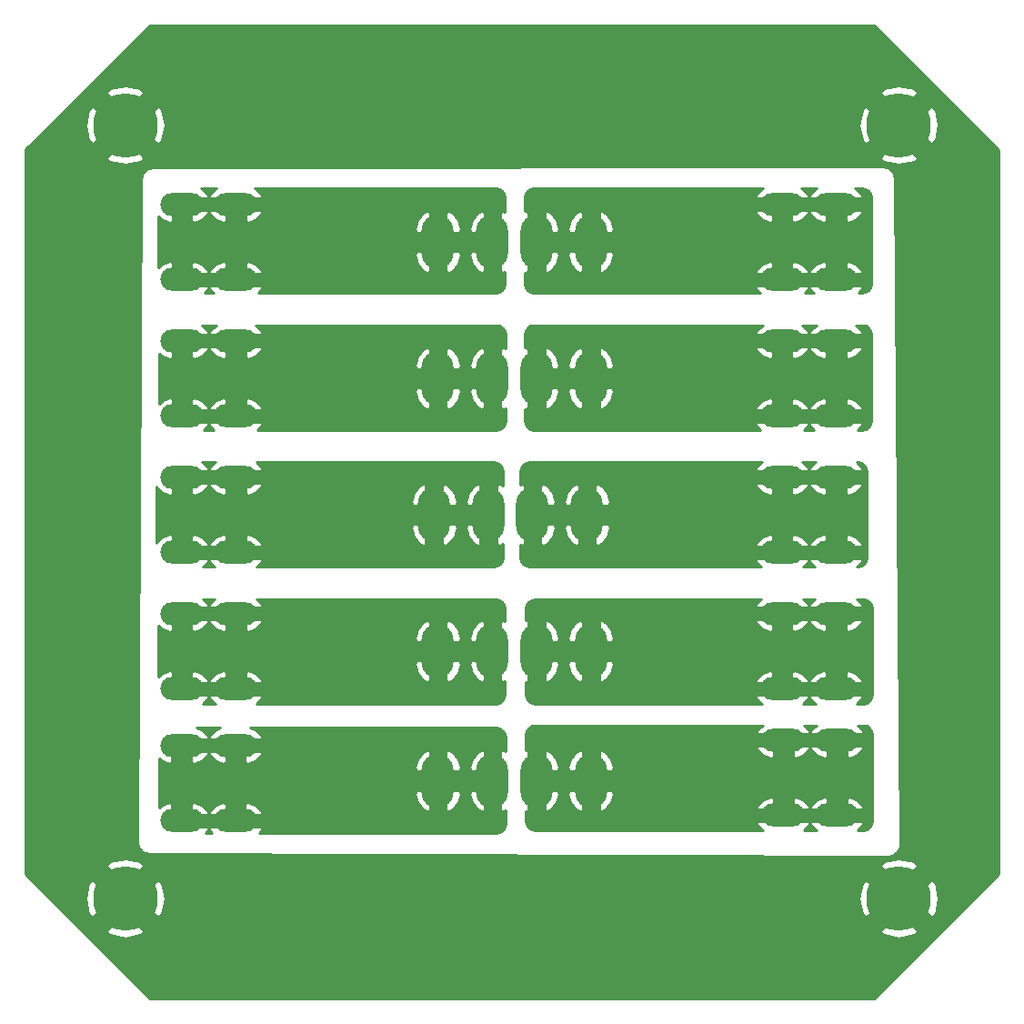
<source format=gbr>
G04 #@! TF.GenerationSoftware,KiCad,Pcbnew,(5.0.2)-1*
G04 #@! TF.CreationDate,2019-05-25T02:40:28-02:30*
G04 #@! TF.ProjectId,FusePCB,46757365-5043-4422-9e6b-696361645f70,rev?*
G04 #@! TF.SameCoordinates,Original*
G04 #@! TF.FileFunction,Copper,L2,Bot*
G04 #@! TF.FilePolarity,Positive*
%FSLAX46Y46*%
G04 Gerber Fmt 4.6, Leading zero omitted, Abs format (unit mm)*
G04 Created by KiCad (PCBNEW (5.0.2)-1) date 5/25/2019 2:40:28 AM*
%MOMM*%
%LPD*%
G01*
G04 APERTURE LIST*
G04 #@! TA.AperFunction,ComponentPad*
%ADD10O,3.000000X5.000000*%
G04 #@! TD*
G04 #@! TA.AperFunction,ComponentPad*
%ADD11C,6.000000*%
G04 #@! TD*
G04 #@! TA.AperFunction,ComponentPad*
%ADD12O,4.000000X2.150000*%
G04 #@! TD*
G04 #@! TA.AperFunction,Conductor*
%ADD13C,0.254000*%
G04 #@! TD*
G04 APERTURE END LIST*
D10*
G04 #@! TO.P,F1,2*
G04 #@! TO.N,Net-(F1-Pad2)*
X89100000Y-78880000D03*
X94180000Y-78880000D03*
G04 #@! TO.P,F1,1*
G04 #@! TO.N,Net-(F1-Pad1)*
X98260000Y-78880000D03*
X103340000Y-78880000D03*
G04 #@! TD*
G04 #@! TO.P,F2,2*
G04 #@! TO.N,Net-(F2-Pad2)*
X89100000Y-91580000D03*
X94180000Y-91580000D03*
G04 #@! TO.P,F2,1*
G04 #@! TO.N,Net-(F2-Pad1)*
X98260000Y-91580000D03*
X103340000Y-91580000D03*
G04 #@! TD*
G04 #@! TO.P,F3,2*
G04 #@! TO.N,Net-(F3-Pad2)*
X88735000Y-104280000D03*
X93815000Y-104280000D03*
G04 #@! TO.P,F3,1*
G04 #@! TO.N,Net-(F3-Pad1)*
X97895000Y-104280000D03*
X102975000Y-104280000D03*
G04 #@! TD*
G04 #@! TO.P,F4,2*
G04 #@! TO.N,Net-(F4-Pad2)*
X89100000Y-116980000D03*
X94180000Y-116980000D03*
G04 #@! TO.P,F4,1*
G04 #@! TO.N,Net-(F4-Pad1)*
X98260000Y-116980000D03*
X103340000Y-116980000D03*
G04 #@! TD*
G04 #@! TO.P,F5,2*
G04 #@! TO.N,Net-(F5-Pad2)*
X89100000Y-129045000D03*
X94180000Y-129045000D03*
G04 #@! TO.P,F5,1*
G04 #@! TO.N,Net-(F5-Pad1)*
X98260000Y-129045000D03*
X103340000Y-129045000D03*
G04 #@! TD*
D11*
G04 #@! TO.P,H1,1*
G04 #@! TO.N,GND*
X132000000Y-68000000D03*
G04 #@! TD*
G04 #@! TO.P,H2,1*
G04 #@! TO.N,GND*
X60000000Y-68000000D03*
G04 #@! TD*
G04 #@! TO.P,H3,1*
G04 #@! TO.N,GND*
X132000000Y-140000000D03*
G04 #@! TD*
G04 #@! TO.P,H4,1*
G04 #@! TO.N,GND*
X60000000Y-140000000D03*
G04 #@! TD*
D12*
G04 #@! TO.P,J1,1*
G04 #@! TO.N,Net-(F1-Pad2)*
X70280000Y-82380000D03*
X70280000Y-75380000D03*
X65280000Y-75380000D03*
X65280000Y-82380000D03*
G04 #@! TD*
G04 #@! TO.P,J2,1*
G04 #@! TO.N,Net-(F2-Pad2)*
X65280000Y-95080000D03*
X65280000Y-88080000D03*
X70280000Y-88080000D03*
X70280000Y-95080000D03*
G04 #@! TD*
G04 #@! TO.P,J3,1*
G04 #@! TO.N,Net-(F3-Pad2)*
X65280000Y-107780000D03*
X65280000Y-100780000D03*
X70280000Y-100780000D03*
X70280000Y-107780000D03*
G04 #@! TD*
G04 #@! TO.P,J4,1*
G04 #@! TO.N,Net-(F4-Pad2)*
X65280000Y-120480000D03*
X65280000Y-113480000D03*
X70280000Y-113480000D03*
X70280000Y-120480000D03*
G04 #@! TD*
G04 #@! TO.P,J5,1*
G04 #@! TO.N,Net-(F5-Pad2)*
X65250000Y-132750000D03*
X65250000Y-125750000D03*
X70250000Y-125750000D03*
X70250000Y-132750000D03*
G04 #@! TD*
G04 #@! TO.P,J7,1*
G04 #@! TO.N,Net-(F1-Pad1)*
X126160000Y-82380000D03*
X126160000Y-75380000D03*
X121160000Y-75380000D03*
X121160000Y-82380000D03*
G04 #@! TD*
G04 #@! TO.P,J8,1*
G04 #@! TO.N,Net-(F2-Pad1)*
X126160000Y-95080000D03*
X126160000Y-88080000D03*
X121160000Y-88080000D03*
X121160000Y-95080000D03*
G04 #@! TD*
G04 #@! TO.P,J9,1*
G04 #@! TO.N,Net-(F3-Pad1)*
X121160000Y-100780000D03*
X121160000Y-107780000D03*
X126160000Y-107780000D03*
X126160000Y-100780000D03*
G04 #@! TD*
G04 #@! TO.P,J10,1*
G04 #@! TO.N,Net-(F4-Pad1)*
X126160000Y-120480000D03*
X126160000Y-113480000D03*
X121160000Y-113480000D03*
X121160000Y-120480000D03*
G04 #@! TD*
G04 #@! TO.P,J11,1*
G04 #@! TO.N,Net-(F5-Pad1)*
X126250000Y-132250000D03*
X126250000Y-125250000D03*
X121250000Y-125250000D03*
X121250000Y-132250000D03*
G04 #@! TD*
D13*
G04 #@! TO.N,Net-(F1-Pad2)*
G36*
X68498958Y-73883544D02*
X67991451Y-74325048D01*
X67835741Y-74595173D01*
X67899847Y-74842500D01*
X69407000Y-74842500D01*
X69407000Y-74487000D01*
X71153000Y-74487000D01*
X71153000Y-74842500D01*
X72660153Y-74842500D01*
X72724259Y-74595173D01*
X72568549Y-74325048D01*
X72061042Y-73883544D01*
X72041508Y-73877000D01*
X94447441Y-73877000D01*
X94793080Y-73945752D01*
X95075495Y-74134455D01*
X95264198Y-74416870D01*
X95332950Y-74762509D01*
X95332950Y-76080171D01*
X95233468Y-76023005D01*
X94930000Y-76051595D01*
X94930000Y-78007000D01*
X95073000Y-78007000D01*
X95073000Y-79753000D01*
X94930000Y-79753000D01*
X94930000Y-81708405D01*
X95233468Y-81736995D01*
X95332950Y-81679829D01*
X95332950Y-82737491D01*
X95264198Y-83083130D01*
X95075495Y-83365545D01*
X94793080Y-83554248D01*
X94447441Y-83623000D01*
X72352389Y-83623000D01*
X72568549Y-83434952D01*
X72724259Y-83164827D01*
X72660153Y-82917500D01*
X71153000Y-82917500D01*
X71153000Y-83273000D01*
X69407000Y-83273000D01*
X69407000Y-82917500D01*
X67899847Y-82917500D01*
X67835741Y-83164827D01*
X67991451Y-83434952D01*
X68207611Y-83623000D01*
X67352389Y-83623000D01*
X67568549Y-83434952D01*
X67724259Y-83164827D01*
X67660153Y-82917500D01*
X66153000Y-82917500D01*
X66153000Y-83273000D01*
X64407000Y-83273000D01*
X64407000Y-82917500D01*
X64387000Y-82917500D01*
X64387000Y-81842500D01*
X64407000Y-81842500D01*
X64407000Y-80815531D01*
X66153000Y-80815531D01*
X66153000Y-81842500D01*
X67660153Y-81842500D01*
X67724259Y-81595173D01*
X67835741Y-81595173D01*
X67899847Y-81842500D01*
X69407000Y-81842500D01*
X69407000Y-80815531D01*
X71153000Y-80815531D01*
X71153000Y-81842500D01*
X72660153Y-81842500D01*
X72724259Y-81595173D01*
X72568549Y-81325048D01*
X72061042Y-80883544D01*
X71423211Y-80669862D01*
X71153000Y-80815531D01*
X69407000Y-80815531D01*
X69136789Y-80669862D01*
X68498958Y-80883544D01*
X67991451Y-81325048D01*
X67835741Y-81595173D01*
X67724259Y-81595173D01*
X67568549Y-81325048D01*
X67061042Y-80883544D01*
X66423211Y-80669862D01*
X66153000Y-80815531D01*
X64407000Y-80815531D01*
X64136789Y-80669862D01*
X63498958Y-80883544D01*
X63086950Y-81241969D01*
X63086950Y-80092587D01*
X86945934Y-80092587D01*
X87191256Y-80900730D01*
X87727167Y-81553476D01*
X88046532Y-81736995D01*
X88350000Y-81708405D01*
X88350000Y-79753000D01*
X89850000Y-79753000D01*
X89850000Y-81708405D01*
X90153468Y-81736995D01*
X90472833Y-81553476D01*
X91008744Y-80900730D01*
X91254066Y-80092587D01*
X92025934Y-80092587D01*
X92271256Y-80900730D01*
X92807167Y-81553476D01*
X93126532Y-81736995D01*
X93430000Y-81708405D01*
X93430000Y-79753000D01*
X92177948Y-79753000D01*
X92025934Y-80092587D01*
X91254066Y-80092587D01*
X91102052Y-79753000D01*
X89850000Y-79753000D01*
X88350000Y-79753000D01*
X87097948Y-79753000D01*
X86945934Y-80092587D01*
X63086950Y-80092587D01*
X63086950Y-77667413D01*
X86945934Y-77667413D01*
X87097948Y-78007000D01*
X88350000Y-78007000D01*
X88350000Y-76051595D01*
X89850000Y-76051595D01*
X89850000Y-78007000D01*
X91102052Y-78007000D01*
X91254066Y-77667413D01*
X92025934Y-77667413D01*
X92177948Y-78007000D01*
X93430000Y-78007000D01*
X93430000Y-76051595D01*
X93126532Y-76023005D01*
X92807167Y-76206524D01*
X92271256Y-76859270D01*
X92025934Y-77667413D01*
X91254066Y-77667413D01*
X91008744Y-76859270D01*
X90472833Y-76206524D01*
X90153468Y-76023005D01*
X89850000Y-76051595D01*
X88350000Y-76051595D01*
X88046532Y-76023005D01*
X87727167Y-76206524D01*
X87191256Y-76859270D01*
X86945934Y-77667413D01*
X63086950Y-77667413D01*
X63086950Y-76518031D01*
X63498958Y-76876456D01*
X64136789Y-77090138D01*
X64407000Y-76944469D01*
X64407000Y-75917500D01*
X66153000Y-75917500D01*
X66153000Y-76944469D01*
X66423211Y-77090138D01*
X67061042Y-76876456D01*
X67568549Y-76434952D01*
X67724259Y-76164827D01*
X67835741Y-76164827D01*
X67991451Y-76434952D01*
X68498958Y-76876456D01*
X69136789Y-77090138D01*
X69407000Y-76944469D01*
X69407000Y-75917500D01*
X71153000Y-75917500D01*
X71153000Y-76944469D01*
X71423211Y-77090138D01*
X72061042Y-76876456D01*
X72568549Y-76434952D01*
X72724259Y-76164827D01*
X72660153Y-75917500D01*
X71153000Y-75917500D01*
X69407000Y-75917500D01*
X67899847Y-75917500D01*
X67835741Y-76164827D01*
X67724259Y-76164827D01*
X67660153Y-75917500D01*
X66153000Y-75917500D01*
X64407000Y-75917500D01*
X64387000Y-75917500D01*
X64387000Y-74842500D01*
X64407000Y-74842500D01*
X64407000Y-74487000D01*
X66153000Y-74487000D01*
X66153000Y-74842500D01*
X67660153Y-74842500D01*
X67724259Y-74595173D01*
X67568549Y-74325048D01*
X67061042Y-73883544D01*
X67041508Y-73877000D01*
X68518492Y-73877000D01*
X68498958Y-73883544D01*
X68498958Y-73883544D01*
G37*
X68498958Y-73883544D02*
X67991451Y-74325048D01*
X67835741Y-74595173D01*
X67899847Y-74842500D01*
X69407000Y-74842500D01*
X69407000Y-74487000D01*
X71153000Y-74487000D01*
X71153000Y-74842500D01*
X72660153Y-74842500D01*
X72724259Y-74595173D01*
X72568549Y-74325048D01*
X72061042Y-73883544D01*
X72041508Y-73877000D01*
X94447441Y-73877000D01*
X94793080Y-73945752D01*
X95075495Y-74134455D01*
X95264198Y-74416870D01*
X95332950Y-74762509D01*
X95332950Y-76080171D01*
X95233468Y-76023005D01*
X94930000Y-76051595D01*
X94930000Y-78007000D01*
X95073000Y-78007000D01*
X95073000Y-79753000D01*
X94930000Y-79753000D01*
X94930000Y-81708405D01*
X95233468Y-81736995D01*
X95332950Y-81679829D01*
X95332950Y-82737491D01*
X95264198Y-83083130D01*
X95075495Y-83365545D01*
X94793080Y-83554248D01*
X94447441Y-83623000D01*
X72352389Y-83623000D01*
X72568549Y-83434952D01*
X72724259Y-83164827D01*
X72660153Y-82917500D01*
X71153000Y-82917500D01*
X71153000Y-83273000D01*
X69407000Y-83273000D01*
X69407000Y-82917500D01*
X67899847Y-82917500D01*
X67835741Y-83164827D01*
X67991451Y-83434952D01*
X68207611Y-83623000D01*
X67352389Y-83623000D01*
X67568549Y-83434952D01*
X67724259Y-83164827D01*
X67660153Y-82917500D01*
X66153000Y-82917500D01*
X66153000Y-83273000D01*
X64407000Y-83273000D01*
X64407000Y-82917500D01*
X64387000Y-82917500D01*
X64387000Y-81842500D01*
X64407000Y-81842500D01*
X64407000Y-80815531D01*
X66153000Y-80815531D01*
X66153000Y-81842500D01*
X67660153Y-81842500D01*
X67724259Y-81595173D01*
X67835741Y-81595173D01*
X67899847Y-81842500D01*
X69407000Y-81842500D01*
X69407000Y-80815531D01*
X71153000Y-80815531D01*
X71153000Y-81842500D01*
X72660153Y-81842500D01*
X72724259Y-81595173D01*
X72568549Y-81325048D01*
X72061042Y-80883544D01*
X71423211Y-80669862D01*
X71153000Y-80815531D01*
X69407000Y-80815531D01*
X69136789Y-80669862D01*
X68498958Y-80883544D01*
X67991451Y-81325048D01*
X67835741Y-81595173D01*
X67724259Y-81595173D01*
X67568549Y-81325048D01*
X67061042Y-80883544D01*
X66423211Y-80669862D01*
X66153000Y-80815531D01*
X64407000Y-80815531D01*
X64136789Y-80669862D01*
X63498958Y-80883544D01*
X63086950Y-81241969D01*
X63086950Y-80092587D01*
X86945934Y-80092587D01*
X87191256Y-80900730D01*
X87727167Y-81553476D01*
X88046532Y-81736995D01*
X88350000Y-81708405D01*
X88350000Y-79753000D01*
X89850000Y-79753000D01*
X89850000Y-81708405D01*
X90153468Y-81736995D01*
X90472833Y-81553476D01*
X91008744Y-80900730D01*
X91254066Y-80092587D01*
X92025934Y-80092587D01*
X92271256Y-80900730D01*
X92807167Y-81553476D01*
X93126532Y-81736995D01*
X93430000Y-81708405D01*
X93430000Y-79753000D01*
X92177948Y-79753000D01*
X92025934Y-80092587D01*
X91254066Y-80092587D01*
X91102052Y-79753000D01*
X89850000Y-79753000D01*
X88350000Y-79753000D01*
X87097948Y-79753000D01*
X86945934Y-80092587D01*
X63086950Y-80092587D01*
X63086950Y-77667413D01*
X86945934Y-77667413D01*
X87097948Y-78007000D01*
X88350000Y-78007000D01*
X88350000Y-76051595D01*
X89850000Y-76051595D01*
X89850000Y-78007000D01*
X91102052Y-78007000D01*
X91254066Y-77667413D01*
X92025934Y-77667413D01*
X92177948Y-78007000D01*
X93430000Y-78007000D01*
X93430000Y-76051595D01*
X93126532Y-76023005D01*
X92807167Y-76206524D01*
X92271256Y-76859270D01*
X92025934Y-77667413D01*
X91254066Y-77667413D01*
X91008744Y-76859270D01*
X90472833Y-76206524D01*
X90153468Y-76023005D01*
X89850000Y-76051595D01*
X88350000Y-76051595D01*
X88046532Y-76023005D01*
X87727167Y-76206524D01*
X87191256Y-76859270D01*
X86945934Y-77667413D01*
X63086950Y-77667413D01*
X63086950Y-76518031D01*
X63498958Y-76876456D01*
X64136789Y-77090138D01*
X64407000Y-76944469D01*
X64407000Y-75917500D01*
X66153000Y-75917500D01*
X66153000Y-76944469D01*
X66423211Y-77090138D01*
X67061042Y-76876456D01*
X67568549Y-76434952D01*
X67724259Y-76164827D01*
X67835741Y-76164827D01*
X67991451Y-76434952D01*
X68498958Y-76876456D01*
X69136789Y-77090138D01*
X69407000Y-76944469D01*
X69407000Y-75917500D01*
X71153000Y-75917500D01*
X71153000Y-76944469D01*
X71423211Y-77090138D01*
X72061042Y-76876456D01*
X72568549Y-76434952D01*
X72724259Y-76164827D01*
X72660153Y-75917500D01*
X71153000Y-75917500D01*
X69407000Y-75917500D01*
X67899847Y-75917500D01*
X67835741Y-76164827D01*
X67724259Y-76164827D01*
X67660153Y-75917500D01*
X66153000Y-75917500D01*
X64407000Y-75917500D01*
X64387000Y-75917500D01*
X64387000Y-74842500D01*
X64407000Y-74842500D01*
X64407000Y-74487000D01*
X66153000Y-74487000D01*
X66153000Y-74842500D01*
X67660153Y-74842500D01*
X67724259Y-74595173D01*
X67568549Y-74325048D01*
X67061042Y-73883544D01*
X67041508Y-73877000D01*
X68518492Y-73877000D01*
X68498958Y-73883544D01*
G04 #@! TO.N,Net-(F2-Pad2)*
G36*
X67991451Y-87025048D02*
X67835741Y-87295173D01*
X67899847Y-87542500D01*
X69407000Y-87542500D01*
X69407000Y-87187000D01*
X71153000Y-87187000D01*
X71153000Y-87542500D01*
X72660153Y-87542500D01*
X72724259Y-87295173D01*
X72568549Y-87025048D01*
X72110994Y-86627000D01*
X94487491Y-86627000D01*
X94833130Y-86695752D01*
X95115545Y-86884455D01*
X95304248Y-87166870D01*
X95373000Y-87512509D01*
X95373000Y-88803185D01*
X95233468Y-88723005D01*
X94930000Y-88751595D01*
X94930000Y-90707000D01*
X95073000Y-90707000D01*
X95073000Y-92453000D01*
X94930000Y-92453000D01*
X94930000Y-94408405D01*
X95233468Y-94436995D01*
X95373000Y-94356815D01*
X95373000Y-95487491D01*
X95304248Y-95833130D01*
X95115545Y-96115545D01*
X94833130Y-96304248D01*
X94487491Y-96373000D01*
X72294914Y-96373000D01*
X72568549Y-96134952D01*
X72724259Y-95864827D01*
X72660153Y-95617500D01*
X71153000Y-95617500D01*
X71153000Y-95973000D01*
X69407000Y-95973000D01*
X69407000Y-95617500D01*
X67899847Y-95617500D01*
X67835741Y-95864827D01*
X67991451Y-96134952D01*
X68265086Y-96373000D01*
X67294914Y-96373000D01*
X67568549Y-96134952D01*
X67724259Y-95864827D01*
X67660153Y-95617500D01*
X66153000Y-95617500D01*
X66153000Y-95973000D01*
X64407000Y-95973000D01*
X64407000Y-95617500D01*
X64387000Y-95617500D01*
X64387000Y-94542500D01*
X64407000Y-94542500D01*
X64407000Y-93515531D01*
X66153000Y-93515531D01*
X66153000Y-94542500D01*
X67660153Y-94542500D01*
X67724259Y-94295173D01*
X67835741Y-94295173D01*
X67899847Y-94542500D01*
X69407000Y-94542500D01*
X69407000Y-93515531D01*
X71153000Y-93515531D01*
X71153000Y-94542500D01*
X72660153Y-94542500D01*
X72724259Y-94295173D01*
X72568549Y-94025048D01*
X72061042Y-93583544D01*
X71423211Y-93369862D01*
X71153000Y-93515531D01*
X69407000Y-93515531D01*
X69136789Y-93369862D01*
X68498958Y-93583544D01*
X67991451Y-94025048D01*
X67835741Y-94295173D01*
X67724259Y-94295173D01*
X67568549Y-94025048D01*
X67061042Y-93583544D01*
X66423211Y-93369862D01*
X66153000Y-93515531D01*
X64407000Y-93515531D01*
X64136789Y-93369862D01*
X63498958Y-93583544D01*
X63127000Y-93907128D01*
X63127000Y-92792587D01*
X86945934Y-92792587D01*
X87191256Y-93600730D01*
X87727167Y-94253476D01*
X88046532Y-94436995D01*
X88350000Y-94408405D01*
X88350000Y-92453000D01*
X89850000Y-92453000D01*
X89850000Y-94408405D01*
X90153468Y-94436995D01*
X90472833Y-94253476D01*
X91008744Y-93600730D01*
X91254066Y-92792587D01*
X92025934Y-92792587D01*
X92271256Y-93600730D01*
X92807167Y-94253476D01*
X93126532Y-94436995D01*
X93430000Y-94408405D01*
X93430000Y-92453000D01*
X92177948Y-92453000D01*
X92025934Y-92792587D01*
X91254066Y-92792587D01*
X91102052Y-92453000D01*
X89850000Y-92453000D01*
X88350000Y-92453000D01*
X87097948Y-92453000D01*
X86945934Y-92792587D01*
X63127000Y-92792587D01*
X63127000Y-90367413D01*
X86945934Y-90367413D01*
X87097948Y-90707000D01*
X88350000Y-90707000D01*
X88350000Y-88751595D01*
X89850000Y-88751595D01*
X89850000Y-90707000D01*
X91102052Y-90707000D01*
X91254066Y-90367413D01*
X92025934Y-90367413D01*
X92177948Y-90707000D01*
X93430000Y-90707000D01*
X93430000Y-88751595D01*
X93126532Y-88723005D01*
X92807167Y-88906524D01*
X92271256Y-89559270D01*
X92025934Y-90367413D01*
X91254066Y-90367413D01*
X91008744Y-89559270D01*
X90472833Y-88906524D01*
X90153468Y-88723005D01*
X89850000Y-88751595D01*
X88350000Y-88751595D01*
X88046532Y-88723005D01*
X87727167Y-88906524D01*
X87191256Y-89559270D01*
X86945934Y-90367413D01*
X63127000Y-90367413D01*
X63127000Y-89252872D01*
X63498958Y-89576456D01*
X64136789Y-89790138D01*
X64407000Y-89644469D01*
X64407000Y-88617500D01*
X66153000Y-88617500D01*
X66153000Y-89644469D01*
X66423211Y-89790138D01*
X67061042Y-89576456D01*
X67568549Y-89134952D01*
X67724259Y-88864827D01*
X67835741Y-88864827D01*
X67991451Y-89134952D01*
X68498958Y-89576456D01*
X69136789Y-89790138D01*
X69407000Y-89644469D01*
X69407000Y-88617500D01*
X71153000Y-88617500D01*
X71153000Y-89644469D01*
X71423211Y-89790138D01*
X72061042Y-89576456D01*
X72568549Y-89134952D01*
X72724259Y-88864827D01*
X72660153Y-88617500D01*
X71153000Y-88617500D01*
X69407000Y-88617500D01*
X67899847Y-88617500D01*
X67835741Y-88864827D01*
X67724259Y-88864827D01*
X67660153Y-88617500D01*
X66153000Y-88617500D01*
X64407000Y-88617500D01*
X64387000Y-88617500D01*
X64387000Y-87542500D01*
X64407000Y-87542500D01*
X64407000Y-87187000D01*
X66153000Y-87187000D01*
X66153000Y-87542500D01*
X67660153Y-87542500D01*
X67724259Y-87295173D01*
X67568549Y-87025048D01*
X67110994Y-86627000D01*
X68449006Y-86627000D01*
X67991451Y-87025048D01*
X67991451Y-87025048D01*
G37*
X67991451Y-87025048D02*
X67835741Y-87295173D01*
X67899847Y-87542500D01*
X69407000Y-87542500D01*
X69407000Y-87187000D01*
X71153000Y-87187000D01*
X71153000Y-87542500D01*
X72660153Y-87542500D01*
X72724259Y-87295173D01*
X72568549Y-87025048D01*
X72110994Y-86627000D01*
X94487491Y-86627000D01*
X94833130Y-86695752D01*
X95115545Y-86884455D01*
X95304248Y-87166870D01*
X95373000Y-87512509D01*
X95373000Y-88803185D01*
X95233468Y-88723005D01*
X94930000Y-88751595D01*
X94930000Y-90707000D01*
X95073000Y-90707000D01*
X95073000Y-92453000D01*
X94930000Y-92453000D01*
X94930000Y-94408405D01*
X95233468Y-94436995D01*
X95373000Y-94356815D01*
X95373000Y-95487491D01*
X95304248Y-95833130D01*
X95115545Y-96115545D01*
X94833130Y-96304248D01*
X94487491Y-96373000D01*
X72294914Y-96373000D01*
X72568549Y-96134952D01*
X72724259Y-95864827D01*
X72660153Y-95617500D01*
X71153000Y-95617500D01*
X71153000Y-95973000D01*
X69407000Y-95973000D01*
X69407000Y-95617500D01*
X67899847Y-95617500D01*
X67835741Y-95864827D01*
X67991451Y-96134952D01*
X68265086Y-96373000D01*
X67294914Y-96373000D01*
X67568549Y-96134952D01*
X67724259Y-95864827D01*
X67660153Y-95617500D01*
X66153000Y-95617500D01*
X66153000Y-95973000D01*
X64407000Y-95973000D01*
X64407000Y-95617500D01*
X64387000Y-95617500D01*
X64387000Y-94542500D01*
X64407000Y-94542500D01*
X64407000Y-93515531D01*
X66153000Y-93515531D01*
X66153000Y-94542500D01*
X67660153Y-94542500D01*
X67724259Y-94295173D01*
X67835741Y-94295173D01*
X67899847Y-94542500D01*
X69407000Y-94542500D01*
X69407000Y-93515531D01*
X71153000Y-93515531D01*
X71153000Y-94542500D01*
X72660153Y-94542500D01*
X72724259Y-94295173D01*
X72568549Y-94025048D01*
X72061042Y-93583544D01*
X71423211Y-93369862D01*
X71153000Y-93515531D01*
X69407000Y-93515531D01*
X69136789Y-93369862D01*
X68498958Y-93583544D01*
X67991451Y-94025048D01*
X67835741Y-94295173D01*
X67724259Y-94295173D01*
X67568549Y-94025048D01*
X67061042Y-93583544D01*
X66423211Y-93369862D01*
X66153000Y-93515531D01*
X64407000Y-93515531D01*
X64136789Y-93369862D01*
X63498958Y-93583544D01*
X63127000Y-93907128D01*
X63127000Y-92792587D01*
X86945934Y-92792587D01*
X87191256Y-93600730D01*
X87727167Y-94253476D01*
X88046532Y-94436995D01*
X88350000Y-94408405D01*
X88350000Y-92453000D01*
X89850000Y-92453000D01*
X89850000Y-94408405D01*
X90153468Y-94436995D01*
X90472833Y-94253476D01*
X91008744Y-93600730D01*
X91254066Y-92792587D01*
X92025934Y-92792587D01*
X92271256Y-93600730D01*
X92807167Y-94253476D01*
X93126532Y-94436995D01*
X93430000Y-94408405D01*
X93430000Y-92453000D01*
X92177948Y-92453000D01*
X92025934Y-92792587D01*
X91254066Y-92792587D01*
X91102052Y-92453000D01*
X89850000Y-92453000D01*
X88350000Y-92453000D01*
X87097948Y-92453000D01*
X86945934Y-92792587D01*
X63127000Y-92792587D01*
X63127000Y-90367413D01*
X86945934Y-90367413D01*
X87097948Y-90707000D01*
X88350000Y-90707000D01*
X88350000Y-88751595D01*
X89850000Y-88751595D01*
X89850000Y-90707000D01*
X91102052Y-90707000D01*
X91254066Y-90367413D01*
X92025934Y-90367413D01*
X92177948Y-90707000D01*
X93430000Y-90707000D01*
X93430000Y-88751595D01*
X93126532Y-88723005D01*
X92807167Y-88906524D01*
X92271256Y-89559270D01*
X92025934Y-90367413D01*
X91254066Y-90367413D01*
X91008744Y-89559270D01*
X90472833Y-88906524D01*
X90153468Y-88723005D01*
X89850000Y-88751595D01*
X88350000Y-88751595D01*
X88046532Y-88723005D01*
X87727167Y-88906524D01*
X87191256Y-89559270D01*
X86945934Y-90367413D01*
X63127000Y-90367413D01*
X63127000Y-89252872D01*
X63498958Y-89576456D01*
X64136789Y-89790138D01*
X64407000Y-89644469D01*
X64407000Y-88617500D01*
X66153000Y-88617500D01*
X66153000Y-89644469D01*
X66423211Y-89790138D01*
X67061042Y-89576456D01*
X67568549Y-89134952D01*
X67724259Y-88864827D01*
X67835741Y-88864827D01*
X67991451Y-89134952D01*
X68498958Y-89576456D01*
X69136789Y-89790138D01*
X69407000Y-89644469D01*
X69407000Y-88617500D01*
X71153000Y-88617500D01*
X71153000Y-89644469D01*
X71423211Y-89790138D01*
X72061042Y-89576456D01*
X72568549Y-89134952D01*
X72724259Y-88864827D01*
X72660153Y-88617500D01*
X71153000Y-88617500D01*
X69407000Y-88617500D01*
X67899847Y-88617500D01*
X67835741Y-88864827D01*
X67724259Y-88864827D01*
X67660153Y-88617500D01*
X66153000Y-88617500D01*
X64407000Y-88617500D01*
X64387000Y-88617500D01*
X64387000Y-87542500D01*
X64407000Y-87542500D01*
X64407000Y-87187000D01*
X66153000Y-87187000D01*
X66153000Y-87542500D01*
X67660153Y-87542500D01*
X67724259Y-87295173D01*
X67568549Y-87025048D01*
X67110994Y-86627000D01*
X68449006Y-86627000D01*
X67991451Y-87025048D01*
G04 #@! TO.N,Net-(F3-Pad2)*
G36*
X67991451Y-99725048D02*
X67835741Y-99995173D01*
X67899847Y-100242500D01*
X69407000Y-100242500D01*
X69407000Y-99887000D01*
X71153000Y-99887000D01*
X71153000Y-100242500D01*
X72660153Y-100242500D01*
X72724259Y-99995173D01*
X72568549Y-99725048D01*
X72168469Y-99377000D01*
X94237491Y-99377000D01*
X94583130Y-99445752D01*
X94865545Y-99634455D01*
X95054248Y-99916870D01*
X95123000Y-100262509D01*
X95123000Y-101569269D01*
X94868468Y-101423005D01*
X94565000Y-101451595D01*
X94565000Y-103407000D01*
X94708000Y-103407000D01*
X94708000Y-105153000D01*
X94565000Y-105153000D01*
X94565000Y-107108405D01*
X94868468Y-107136995D01*
X95123000Y-106990731D01*
X95123000Y-108237491D01*
X95054248Y-108583130D01*
X94865545Y-108865545D01*
X94583130Y-109054248D01*
X94237491Y-109123000D01*
X72237439Y-109123000D01*
X72568549Y-108834952D01*
X72724259Y-108564827D01*
X72660153Y-108317500D01*
X71153000Y-108317500D01*
X71153000Y-108673000D01*
X69407000Y-108673000D01*
X69407000Y-108317500D01*
X67899847Y-108317500D01*
X67835741Y-108564827D01*
X67991451Y-108834952D01*
X68322561Y-109123000D01*
X67237439Y-109123000D01*
X67568549Y-108834952D01*
X67724259Y-108564827D01*
X67660153Y-108317500D01*
X66153000Y-108317500D01*
X66153000Y-108673000D01*
X64407000Y-108673000D01*
X64407000Y-108317500D01*
X64387000Y-108317500D01*
X64387000Y-107242500D01*
X64407000Y-107242500D01*
X64407000Y-106215531D01*
X66153000Y-106215531D01*
X66153000Y-107242500D01*
X67660153Y-107242500D01*
X67724259Y-106995173D01*
X67835741Y-106995173D01*
X67899847Y-107242500D01*
X69407000Y-107242500D01*
X69407000Y-106215531D01*
X71153000Y-106215531D01*
X71153000Y-107242500D01*
X72660153Y-107242500D01*
X72724259Y-106995173D01*
X72568549Y-106725048D01*
X72061042Y-106283544D01*
X71423211Y-106069862D01*
X71153000Y-106215531D01*
X69407000Y-106215531D01*
X69136789Y-106069862D01*
X68498958Y-106283544D01*
X67991451Y-106725048D01*
X67835741Y-106995173D01*
X67724259Y-106995173D01*
X67568549Y-106725048D01*
X67061042Y-106283544D01*
X66423211Y-106069862D01*
X66153000Y-106215531D01*
X64407000Y-106215531D01*
X64136789Y-106069862D01*
X63498958Y-106283544D01*
X62991451Y-106725048D01*
X62886568Y-106906998D01*
X62877000Y-106906998D01*
X62877000Y-105492587D01*
X86580934Y-105492587D01*
X86826256Y-106300730D01*
X87362167Y-106953476D01*
X87681532Y-107136995D01*
X87985000Y-107108405D01*
X87985000Y-105153000D01*
X89485000Y-105153000D01*
X89485000Y-107108405D01*
X89788468Y-107136995D01*
X90107833Y-106953476D01*
X90643744Y-106300730D01*
X90889066Y-105492587D01*
X91660934Y-105492587D01*
X91906256Y-106300730D01*
X92442167Y-106953476D01*
X92761532Y-107136995D01*
X93065000Y-107108405D01*
X93065000Y-105153000D01*
X91812948Y-105153000D01*
X91660934Y-105492587D01*
X90889066Y-105492587D01*
X90737052Y-105153000D01*
X89485000Y-105153000D01*
X87985000Y-105153000D01*
X86732948Y-105153000D01*
X86580934Y-105492587D01*
X62877000Y-105492587D01*
X62877000Y-103067413D01*
X86580934Y-103067413D01*
X86732948Y-103407000D01*
X87985000Y-103407000D01*
X87985000Y-101451595D01*
X89485000Y-101451595D01*
X89485000Y-103407000D01*
X90737052Y-103407000D01*
X90889066Y-103067413D01*
X91660934Y-103067413D01*
X91812948Y-103407000D01*
X93065000Y-103407000D01*
X93065000Y-101451595D01*
X92761532Y-101423005D01*
X92442167Y-101606524D01*
X91906256Y-102259270D01*
X91660934Y-103067413D01*
X90889066Y-103067413D01*
X90643744Y-102259270D01*
X90107833Y-101606524D01*
X89788468Y-101423005D01*
X89485000Y-101451595D01*
X87985000Y-101451595D01*
X87681532Y-101423005D01*
X87362167Y-101606524D01*
X86826256Y-102259270D01*
X86580934Y-103067413D01*
X62877000Y-103067413D01*
X62877000Y-101653002D01*
X62886568Y-101653002D01*
X62991451Y-101834952D01*
X63498958Y-102276456D01*
X64136789Y-102490138D01*
X64407000Y-102344469D01*
X64407000Y-101317500D01*
X66153000Y-101317500D01*
X66153000Y-102344469D01*
X66423211Y-102490138D01*
X67061042Y-102276456D01*
X67568549Y-101834952D01*
X67724259Y-101564827D01*
X67835741Y-101564827D01*
X67991451Y-101834952D01*
X68498958Y-102276456D01*
X69136789Y-102490138D01*
X69407000Y-102344469D01*
X69407000Y-101317500D01*
X71153000Y-101317500D01*
X71153000Y-102344469D01*
X71423211Y-102490138D01*
X72061042Y-102276456D01*
X72568549Y-101834952D01*
X72724259Y-101564827D01*
X72660153Y-101317500D01*
X71153000Y-101317500D01*
X69407000Y-101317500D01*
X67899847Y-101317500D01*
X67835741Y-101564827D01*
X67724259Y-101564827D01*
X67660153Y-101317500D01*
X66153000Y-101317500D01*
X64407000Y-101317500D01*
X64387000Y-101317500D01*
X64387000Y-100242500D01*
X64407000Y-100242500D01*
X64407000Y-99887000D01*
X66153000Y-99887000D01*
X66153000Y-100242500D01*
X67660153Y-100242500D01*
X67724259Y-99995173D01*
X67568549Y-99725048D01*
X67168469Y-99377000D01*
X68391531Y-99377000D01*
X67991451Y-99725048D01*
X67991451Y-99725048D01*
G37*
X67991451Y-99725048D02*
X67835741Y-99995173D01*
X67899847Y-100242500D01*
X69407000Y-100242500D01*
X69407000Y-99887000D01*
X71153000Y-99887000D01*
X71153000Y-100242500D01*
X72660153Y-100242500D01*
X72724259Y-99995173D01*
X72568549Y-99725048D01*
X72168469Y-99377000D01*
X94237491Y-99377000D01*
X94583130Y-99445752D01*
X94865545Y-99634455D01*
X95054248Y-99916870D01*
X95123000Y-100262509D01*
X95123000Y-101569269D01*
X94868468Y-101423005D01*
X94565000Y-101451595D01*
X94565000Y-103407000D01*
X94708000Y-103407000D01*
X94708000Y-105153000D01*
X94565000Y-105153000D01*
X94565000Y-107108405D01*
X94868468Y-107136995D01*
X95123000Y-106990731D01*
X95123000Y-108237491D01*
X95054248Y-108583130D01*
X94865545Y-108865545D01*
X94583130Y-109054248D01*
X94237491Y-109123000D01*
X72237439Y-109123000D01*
X72568549Y-108834952D01*
X72724259Y-108564827D01*
X72660153Y-108317500D01*
X71153000Y-108317500D01*
X71153000Y-108673000D01*
X69407000Y-108673000D01*
X69407000Y-108317500D01*
X67899847Y-108317500D01*
X67835741Y-108564827D01*
X67991451Y-108834952D01*
X68322561Y-109123000D01*
X67237439Y-109123000D01*
X67568549Y-108834952D01*
X67724259Y-108564827D01*
X67660153Y-108317500D01*
X66153000Y-108317500D01*
X66153000Y-108673000D01*
X64407000Y-108673000D01*
X64407000Y-108317500D01*
X64387000Y-108317500D01*
X64387000Y-107242500D01*
X64407000Y-107242500D01*
X64407000Y-106215531D01*
X66153000Y-106215531D01*
X66153000Y-107242500D01*
X67660153Y-107242500D01*
X67724259Y-106995173D01*
X67835741Y-106995173D01*
X67899847Y-107242500D01*
X69407000Y-107242500D01*
X69407000Y-106215531D01*
X71153000Y-106215531D01*
X71153000Y-107242500D01*
X72660153Y-107242500D01*
X72724259Y-106995173D01*
X72568549Y-106725048D01*
X72061042Y-106283544D01*
X71423211Y-106069862D01*
X71153000Y-106215531D01*
X69407000Y-106215531D01*
X69136789Y-106069862D01*
X68498958Y-106283544D01*
X67991451Y-106725048D01*
X67835741Y-106995173D01*
X67724259Y-106995173D01*
X67568549Y-106725048D01*
X67061042Y-106283544D01*
X66423211Y-106069862D01*
X66153000Y-106215531D01*
X64407000Y-106215531D01*
X64136789Y-106069862D01*
X63498958Y-106283544D01*
X62991451Y-106725048D01*
X62886568Y-106906998D01*
X62877000Y-106906998D01*
X62877000Y-105492587D01*
X86580934Y-105492587D01*
X86826256Y-106300730D01*
X87362167Y-106953476D01*
X87681532Y-107136995D01*
X87985000Y-107108405D01*
X87985000Y-105153000D01*
X89485000Y-105153000D01*
X89485000Y-107108405D01*
X89788468Y-107136995D01*
X90107833Y-106953476D01*
X90643744Y-106300730D01*
X90889066Y-105492587D01*
X91660934Y-105492587D01*
X91906256Y-106300730D01*
X92442167Y-106953476D01*
X92761532Y-107136995D01*
X93065000Y-107108405D01*
X93065000Y-105153000D01*
X91812948Y-105153000D01*
X91660934Y-105492587D01*
X90889066Y-105492587D01*
X90737052Y-105153000D01*
X89485000Y-105153000D01*
X87985000Y-105153000D01*
X86732948Y-105153000D01*
X86580934Y-105492587D01*
X62877000Y-105492587D01*
X62877000Y-103067413D01*
X86580934Y-103067413D01*
X86732948Y-103407000D01*
X87985000Y-103407000D01*
X87985000Y-101451595D01*
X89485000Y-101451595D01*
X89485000Y-103407000D01*
X90737052Y-103407000D01*
X90889066Y-103067413D01*
X91660934Y-103067413D01*
X91812948Y-103407000D01*
X93065000Y-103407000D01*
X93065000Y-101451595D01*
X92761532Y-101423005D01*
X92442167Y-101606524D01*
X91906256Y-102259270D01*
X91660934Y-103067413D01*
X90889066Y-103067413D01*
X90643744Y-102259270D01*
X90107833Y-101606524D01*
X89788468Y-101423005D01*
X89485000Y-101451595D01*
X87985000Y-101451595D01*
X87681532Y-101423005D01*
X87362167Y-101606524D01*
X86826256Y-102259270D01*
X86580934Y-103067413D01*
X62877000Y-103067413D01*
X62877000Y-101653002D01*
X62886568Y-101653002D01*
X62991451Y-101834952D01*
X63498958Y-102276456D01*
X64136789Y-102490138D01*
X64407000Y-102344469D01*
X64407000Y-101317500D01*
X66153000Y-101317500D01*
X66153000Y-102344469D01*
X66423211Y-102490138D01*
X67061042Y-102276456D01*
X67568549Y-101834952D01*
X67724259Y-101564827D01*
X67835741Y-101564827D01*
X67991451Y-101834952D01*
X68498958Y-102276456D01*
X69136789Y-102490138D01*
X69407000Y-102344469D01*
X69407000Y-101317500D01*
X71153000Y-101317500D01*
X71153000Y-102344469D01*
X71423211Y-102490138D01*
X72061042Y-102276456D01*
X72568549Y-101834952D01*
X72724259Y-101564827D01*
X72660153Y-101317500D01*
X71153000Y-101317500D01*
X69407000Y-101317500D01*
X67899847Y-101317500D01*
X67835741Y-101564827D01*
X67724259Y-101564827D01*
X67660153Y-101317500D01*
X66153000Y-101317500D01*
X64407000Y-101317500D01*
X64387000Y-101317500D01*
X64387000Y-100242500D01*
X64407000Y-100242500D01*
X64407000Y-99887000D01*
X66153000Y-99887000D01*
X66153000Y-100242500D01*
X67660153Y-100242500D01*
X67724259Y-99995173D01*
X67568549Y-99725048D01*
X67168469Y-99377000D01*
X68391531Y-99377000D01*
X67991451Y-99725048D01*
G04 #@! TO.N,Net-(F4-Pad2)*
G36*
X67991451Y-112425048D02*
X67835741Y-112695173D01*
X67899847Y-112942500D01*
X69407000Y-112942500D01*
X69407000Y-112587000D01*
X71153000Y-112587000D01*
X71153000Y-112942500D01*
X72660153Y-112942500D01*
X72724259Y-112695173D01*
X72568549Y-112425048D01*
X72225944Y-112127000D01*
X94451653Y-112127000D01*
X94797292Y-112195752D01*
X95079707Y-112384455D01*
X95268410Y-112666870D01*
X95337162Y-113012509D01*
X95337162Y-114182591D01*
X95233468Y-114123005D01*
X94930000Y-114151595D01*
X94930000Y-116107000D01*
X95073000Y-116107000D01*
X95073000Y-117853000D01*
X94930000Y-117853000D01*
X94930000Y-119808405D01*
X95233468Y-119836995D01*
X95337162Y-119777409D01*
X95337162Y-120987491D01*
X95268410Y-121333130D01*
X95079707Y-121615545D01*
X94797292Y-121804248D01*
X94451653Y-121873000D01*
X72179964Y-121873000D01*
X72568549Y-121534952D01*
X72724259Y-121264827D01*
X72660153Y-121017500D01*
X71153000Y-121017500D01*
X71153000Y-121373000D01*
X69407000Y-121373000D01*
X69407000Y-121017500D01*
X67899847Y-121017500D01*
X67835741Y-121264827D01*
X67991451Y-121534952D01*
X68380036Y-121873000D01*
X67179964Y-121873000D01*
X67568549Y-121534952D01*
X67724259Y-121264827D01*
X67660153Y-121017500D01*
X66153000Y-121017500D01*
X66153000Y-121373000D01*
X64407000Y-121373000D01*
X64407000Y-121017500D01*
X64387000Y-121017500D01*
X64387000Y-119942500D01*
X64407000Y-119942500D01*
X64407000Y-118915531D01*
X66153000Y-118915531D01*
X66153000Y-119942500D01*
X67660153Y-119942500D01*
X67724259Y-119695173D01*
X67835741Y-119695173D01*
X67899847Y-119942500D01*
X69407000Y-119942500D01*
X69407000Y-118915531D01*
X71153000Y-118915531D01*
X71153000Y-119942500D01*
X72660153Y-119942500D01*
X72724259Y-119695173D01*
X72568549Y-119425048D01*
X72061042Y-118983544D01*
X71423211Y-118769862D01*
X71153000Y-118915531D01*
X69407000Y-118915531D01*
X69136789Y-118769862D01*
X68498958Y-118983544D01*
X67991451Y-119425048D01*
X67835741Y-119695173D01*
X67724259Y-119695173D01*
X67568549Y-119425048D01*
X67061042Y-118983544D01*
X66423211Y-118769862D01*
X66153000Y-118915531D01*
X64407000Y-118915531D01*
X64136789Y-118769862D01*
X63498958Y-118983544D01*
X63091162Y-119338305D01*
X63091162Y-118192587D01*
X86945934Y-118192587D01*
X87191256Y-119000730D01*
X87727167Y-119653476D01*
X88046532Y-119836995D01*
X88350000Y-119808405D01*
X88350000Y-117853000D01*
X89850000Y-117853000D01*
X89850000Y-119808405D01*
X90153468Y-119836995D01*
X90472833Y-119653476D01*
X91008744Y-119000730D01*
X91254066Y-118192587D01*
X92025934Y-118192587D01*
X92271256Y-119000730D01*
X92807167Y-119653476D01*
X93126532Y-119836995D01*
X93430000Y-119808405D01*
X93430000Y-117853000D01*
X92177948Y-117853000D01*
X92025934Y-118192587D01*
X91254066Y-118192587D01*
X91102052Y-117853000D01*
X89850000Y-117853000D01*
X88350000Y-117853000D01*
X87097948Y-117853000D01*
X86945934Y-118192587D01*
X63091162Y-118192587D01*
X63091162Y-115767413D01*
X86945934Y-115767413D01*
X87097948Y-116107000D01*
X88350000Y-116107000D01*
X88350000Y-114151595D01*
X89850000Y-114151595D01*
X89850000Y-116107000D01*
X91102052Y-116107000D01*
X91254066Y-115767413D01*
X92025934Y-115767413D01*
X92177948Y-116107000D01*
X93430000Y-116107000D01*
X93430000Y-114151595D01*
X93126532Y-114123005D01*
X92807167Y-114306524D01*
X92271256Y-114959270D01*
X92025934Y-115767413D01*
X91254066Y-115767413D01*
X91008744Y-114959270D01*
X90472833Y-114306524D01*
X90153468Y-114123005D01*
X89850000Y-114151595D01*
X88350000Y-114151595D01*
X88046532Y-114123005D01*
X87727167Y-114306524D01*
X87191256Y-114959270D01*
X86945934Y-115767413D01*
X63091162Y-115767413D01*
X63091162Y-114621695D01*
X63498958Y-114976456D01*
X64136789Y-115190138D01*
X64407000Y-115044469D01*
X64407000Y-114017500D01*
X66153000Y-114017500D01*
X66153000Y-115044469D01*
X66423211Y-115190138D01*
X67061042Y-114976456D01*
X67568549Y-114534952D01*
X67724259Y-114264827D01*
X67835741Y-114264827D01*
X67991451Y-114534952D01*
X68498958Y-114976456D01*
X69136789Y-115190138D01*
X69407000Y-115044469D01*
X69407000Y-114017500D01*
X71153000Y-114017500D01*
X71153000Y-115044469D01*
X71423211Y-115190138D01*
X72061042Y-114976456D01*
X72568549Y-114534952D01*
X72724259Y-114264827D01*
X72660153Y-114017500D01*
X71153000Y-114017500D01*
X69407000Y-114017500D01*
X67899847Y-114017500D01*
X67835741Y-114264827D01*
X67724259Y-114264827D01*
X67660153Y-114017500D01*
X66153000Y-114017500D01*
X64407000Y-114017500D01*
X64387000Y-114017500D01*
X64387000Y-112942500D01*
X64407000Y-112942500D01*
X64407000Y-112587000D01*
X66153000Y-112587000D01*
X66153000Y-112942500D01*
X67660153Y-112942500D01*
X67724259Y-112695173D01*
X67568549Y-112425048D01*
X67225944Y-112127000D01*
X68334056Y-112127000D01*
X67991451Y-112425048D01*
X67991451Y-112425048D01*
G37*
X67991451Y-112425048D02*
X67835741Y-112695173D01*
X67899847Y-112942500D01*
X69407000Y-112942500D01*
X69407000Y-112587000D01*
X71153000Y-112587000D01*
X71153000Y-112942500D01*
X72660153Y-112942500D01*
X72724259Y-112695173D01*
X72568549Y-112425048D01*
X72225944Y-112127000D01*
X94451653Y-112127000D01*
X94797292Y-112195752D01*
X95079707Y-112384455D01*
X95268410Y-112666870D01*
X95337162Y-113012509D01*
X95337162Y-114182591D01*
X95233468Y-114123005D01*
X94930000Y-114151595D01*
X94930000Y-116107000D01*
X95073000Y-116107000D01*
X95073000Y-117853000D01*
X94930000Y-117853000D01*
X94930000Y-119808405D01*
X95233468Y-119836995D01*
X95337162Y-119777409D01*
X95337162Y-120987491D01*
X95268410Y-121333130D01*
X95079707Y-121615545D01*
X94797292Y-121804248D01*
X94451653Y-121873000D01*
X72179964Y-121873000D01*
X72568549Y-121534952D01*
X72724259Y-121264827D01*
X72660153Y-121017500D01*
X71153000Y-121017500D01*
X71153000Y-121373000D01*
X69407000Y-121373000D01*
X69407000Y-121017500D01*
X67899847Y-121017500D01*
X67835741Y-121264827D01*
X67991451Y-121534952D01*
X68380036Y-121873000D01*
X67179964Y-121873000D01*
X67568549Y-121534952D01*
X67724259Y-121264827D01*
X67660153Y-121017500D01*
X66153000Y-121017500D01*
X66153000Y-121373000D01*
X64407000Y-121373000D01*
X64407000Y-121017500D01*
X64387000Y-121017500D01*
X64387000Y-119942500D01*
X64407000Y-119942500D01*
X64407000Y-118915531D01*
X66153000Y-118915531D01*
X66153000Y-119942500D01*
X67660153Y-119942500D01*
X67724259Y-119695173D01*
X67835741Y-119695173D01*
X67899847Y-119942500D01*
X69407000Y-119942500D01*
X69407000Y-118915531D01*
X71153000Y-118915531D01*
X71153000Y-119942500D01*
X72660153Y-119942500D01*
X72724259Y-119695173D01*
X72568549Y-119425048D01*
X72061042Y-118983544D01*
X71423211Y-118769862D01*
X71153000Y-118915531D01*
X69407000Y-118915531D01*
X69136789Y-118769862D01*
X68498958Y-118983544D01*
X67991451Y-119425048D01*
X67835741Y-119695173D01*
X67724259Y-119695173D01*
X67568549Y-119425048D01*
X67061042Y-118983544D01*
X66423211Y-118769862D01*
X66153000Y-118915531D01*
X64407000Y-118915531D01*
X64136789Y-118769862D01*
X63498958Y-118983544D01*
X63091162Y-119338305D01*
X63091162Y-118192587D01*
X86945934Y-118192587D01*
X87191256Y-119000730D01*
X87727167Y-119653476D01*
X88046532Y-119836995D01*
X88350000Y-119808405D01*
X88350000Y-117853000D01*
X89850000Y-117853000D01*
X89850000Y-119808405D01*
X90153468Y-119836995D01*
X90472833Y-119653476D01*
X91008744Y-119000730D01*
X91254066Y-118192587D01*
X92025934Y-118192587D01*
X92271256Y-119000730D01*
X92807167Y-119653476D01*
X93126532Y-119836995D01*
X93430000Y-119808405D01*
X93430000Y-117853000D01*
X92177948Y-117853000D01*
X92025934Y-118192587D01*
X91254066Y-118192587D01*
X91102052Y-117853000D01*
X89850000Y-117853000D01*
X88350000Y-117853000D01*
X87097948Y-117853000D01*
X86945934Y-118192587D01*
X63091162Y-118192587D01*
X63091162Y-115767413D01*
X86945934Y-115767413D01*
X87097948Y-116107000D01*
X88350000Y-116107000D01*
X88350000Y-114151595D01*
X89850000Y-114151595D01*
X89850000Y-116107000D01*
X91102052Y-116107000D01*
X91254066Y-115767413D01*
X92025934Y-115767413D01*
X92177948Y-116107000D01*
X93430000Y-116107000D01*
X93430000Y-114151595D01*
X93126532Y-114123005D01*
X92807167Y-114306524D01*
X92271256Y-114959270D01*
X92025934Y-115767413D01*
X91254066Y-115767413D01*
X91008744Y-114959270D01*
X90472833Y-114306524D01*
X90153468Y-114123005D01*
X89850000Y-114151595D01*
X88350000Y-114151595D01*
X88046532Y-114123005D01*
X87727167Y-114306524D01*
X87191256Y-114959270D01*
X86945934Y-115767413D01*
X63091162Y-115767413D01*
X63091162Y-114621695D01*
X63498958Y-114976456D01*
X64136789Y-115190138D01*
X64407000Y-115044469D01*
X64407000Y-114017500D01*
X66153000Y-114017500D01*
X66153000Y-115044469D01*
X66423211Y-115190138D01*
X67061042Y-114976456D01*
X67568549Y-114534952D01*
X67724259Y-114264827D01*
X67835741Y-114264827D01*
X67991451Y-114534952D01*
X68498958Y-114976456D01*
X69136789Y-115190138D01*
X69407000Y-115044469D01*
X69407000Y-114017500D01*
X71153000Y-114017500D01*
X71153000Y-115044469D01*
X71423211Y-115190138D01*
X72061042Y-114976456D01*
X72568549Y-114534952D01*
X72724259Y-114264827D01*
X72660153Y-114017500D01*
X71153000Y-114017500D01*
X69407000Y-114017500D01*
X67899847Y-114017500D01*
X67835741Y-114264827D01*
X67724259Y-114264827D01*
X67660153Y-114017500D01*
X66153000Y-114017500D01*
X64407000Y-114017500D01*
X64387000Y-114017500D01*
X64387000Y-112942500D01*
X64407000Y-112942500D01*
X64407000Y-112587000D01*
X66153000Y-112587000D01*
X66153000Y-112942500D01*
X67660153Y-112942500D01*
X67724259Y-112695173D01*
X67568549Y-112425048D01*
X67225944Y-112127000D01*
X68334056Y-112127000D01*
X67991451Y-112425048D01*
G04 #@! TO.N,Net-(F5-Pad2)*
G36*
X68468958Y-124253544D02*
X67961451Y-124695048D01*
X67805741Y-124965173D01*
X67869847Y-125212500D01*
X69377000Y-125212500D01*
X69377000Y-124857000D01*
X71123000Y-124857000D01*
X71123000Y-125212500D01*
X72630153Y-125212500D01*
X72694259Y-124965173D01*
X72538549Y-124695048D01*
X72031042Y-124253544D01*
X71653314Y-124127000D01*
X94487491Y-124127000D01*
X94833130Y-124195752D01*
X95115545Y-124384455D01*
X95304248Y-124666870D01*
X95373000Y-125012509D01*
X95373000Y-126268185D01*
X95233468Y-126188005D01*
X94930000Y-126216595D01*
X94930000Y-128172000D01*
X95073000Y-128172000D01*
X95073000Y-129918000D01*
X94930000Y-129918000D01*
X94930000Y-131873405D01*
X95233468Y-131901995D01*
X95373000Y-131821815D01*
X95373000Y-132987491D01*
X95304248Y-133333130D01*
X95115545Y-133615545D01*
X94833130Y-133804248D01*
X94487491Y-133873000D01*
X72460328Y-133873000D01*
X72538549Y-133804952D01*
X72694259Y-133534827D01*
X72630153Y-133287500D01*
X71123000Y-133287500D01*
X71123000Y-133643000D01*
X69377000Y-133643000D01*
X69377000Y-133287500D01*
X67869847Y-133287500D01*
X67805741Y-133534827D01*
X67961451Y-133804952D01*
X68039672Y-133873000D01*
X67460328Y-133873000D01*
X67538549Y-133804952D01*
X67694259Y-133534827D01*
X67630153Y-133287500D01*
X66123000Y-133287500D01*
X66123000Y-133643000D01*
X64377000Y-133643000D01*
X64377000Y-133287500D01*
X64357000Y-133287500D01*
X64357000Y-132212500D01*
X64377000Y-132212500D01*
X64377000Y-131185531D01*
X66123000Y-131185531D01*
X66123000Y-132212500D01*
X67630153Y-132212500D01*
X67694259Y-131965173D01*
X67805741Y-131965173D01*
X67869847Y-132212500D01*
X69377000Y-132212500D01*
X69377000Y-131185531D01*
X71123000Y-131185531D01*
X71123000Y-132212500D01*
X72630153Y-132212500D01*
X72694259Y-131965173D01*
X72538549Y-131695048D01*
X72031042Y-131253544D01*
X71393211Y-131039862D01*
X71123000Y-131185531D01*
X69377000Y-131185531D01*
X69106789Y-131039862D01*
X68468958Y-131253544D01*
X67961451Y-131695048D01*
X67805741Y-131965173D01*
X67694259Y-131965173D01*
X67538549Y-131695048D01*
X67031042Y-131253544D01*
X66393211Y-131039862D01*
X66123000Y-131185531D01*
X64377000Y-131185531D01*
X64106789Y-131039862D01*
X63468958Y-131253544D01*
X63127000Y-131551029D01*
X63127000Y-130257587D01*
X86945934Y-130257587D01*
X87191256Y-131065730D01*
X87727167Y-131718476D01*
X88046532Y-131901995D01*
X88350000Y-131873405D01*
X88350000Y-129918000D01*
X89850000Y-129918000D01*
X89850000Y-131873405D01*
X90153468Y-131901995D01*
X90472833Y-131718476D01*
X91008744Y-131065730D01*
X91254066Y-130257587D01*
X92025934Y-130257587D01*
X92271256Y-131065730D01*
X92807167Y-131718476D01*
X93126532Y-131901995D01*
X93430000Y-131873405D01*
X93430000Y-129918000D01*
X92177948Y-129918000D01*
X92025934Y-130257587D01*
X91254066Y-130257587D01*
X91102052Y-129918000D01*
X89850000Y-129918000D01*
X88350000Y-129918000D01*
X87097948Y-129918000D01*
X86945934Y-130257587D01*
X63127000Y-130257587D01*
X63127000Y-127832413D01*
X86945934Y-127832413D01*
X87097948Y-128172000D01*
X88350000Y-128172000D01*
X88350000Y-126216595D01*
X89850000Y-126216595D01*
X89850000Y-128172000D01*
X91102052Y-128172000D01*
X91254066Y-127832413D01*
X92025934Y-127832413D01*
X92177948Y-128172000D01*
X93430000Y-128172000D01*
X93430000Y-126216595D01*
X93126532Y-126188005D01*
X92807167Y-126371524D01*
X92271256Y-127024270D01*
X92025934Y-127832413D01*
X91254066Y-127832413D01*
X91008744Y-127024270D01*
X90472833Y-126371524D01*
X90153468Y-126188005D01*
X89850000Y-126216595D01*
X88350000Y-126216595D01*
X88046532Y-126188005D01*
X87727167Y-126371524D01*
X87191256Y-127024270D01*
X86945934Y-127832413D01*
X63127000Y-127832413D01*
X63127000Y-126948971D01*
X63468958Y-127246456D01*
X64106789Y-127460138D01*
X64377000Y-127314469D01*
X64377000Y-126287500D01*
X66123000Y-126287500D01*
X66123000Y-127314469D01*
X66393211Y-127460138D01*
X67031042Y-127246456D01*
X67538549Y-126804952D01*
X67694259Y-126534827D01*
X67805741Y-126534827D01*
X67961451Y-126804952D01*
X68468958Y-127246456D01*
X69106789Y-127460138D01*
X69377000Y-127314469D01*
X69377000Y-126287500D01*
X71123000Y-126287500D01*
X71123000Y-127314469D01*
X71393211Y-127460138D01*
X72031042Y-127246456D01*
X72538549Y-126804952D01*
X72694259Y-126534827D01*
X72630153Y-126287500D01*
X71123000Y-126287500D01*
X69377000Y-126287500D01*
X67869847Y-126287500D01*
X67805741Y-126534827D01*
X67694259Y-126534827D01*
X67630153Y-126287500D01*
X66123000Y-126287500D01*
X64377000Y-126287500D01*
X64357000Y-126287500D01*
X64357000Y-125212500D01*
X64377000Y-125212500D01*
X64377000Y-124857000D01*
X66123000Y-124857000D01*
X66123000Y-125212500D01*
X67630153Y-125212500D01*
X67694259Y-124965173D01*
X67538549Y-124695048D01*
X67031042Y-124253544D01*
X66653314Y-124127000D01*
X68846686Y-124127000D01*
X68468958Y-124253544D01*
X68468958Y-124253544D01*
G37*
X68468958Y-124253544D02*
X67961451Y-124695048D01*
X67805741Y-124965173D01*
X67869847Y-125212500D01*
X69377000Y-125212500D01*
X69377000Y-124857000D01*
X71123000Y-124857000D01*
X71123000Y-125212500D01*
X72630153Y-125212500D01*
X72694259Y-124965173D01*
X72538549Y-124695048D01*
X72031042Y-124253544D01*
X71653314Y-124127000D01*
X94487491Y-124127000D01*
X94833130Y-124195752D01*
X95115545Y-124384455D01*
X95304248Y-124666870D01*
X95373000Y-125012509D01*
X95373000Y-126268185D01*
X95233468Y-126188005D01*
X94930000Y-126216595D01*
X94930000Y-128172000D01*
X95073000Y-128172000D01*
X95073000Y-129918000D01*
X94930000Y-129918000D01*
X94930000Y-131873405D01*
X95233468Y-131901995D01*
X95373000Y-131821815D01*
X95373000Y-132987491D01*
X95304248Y-133333130D01*
X95115545Y-133615545D01*
X94833130Y-133804248D01*
X94487491Y-133873000D01*
X72460328Y-133873000D01*
X72538549Y-133804952D01*
X72694259Y-133534827D01*
X72630153Y-133287500D01*
X71123000Y-133287500D01*
X71123000Y-133643000D01*
X69377000Y-133643000D01*
X69377000Y-133287500D01*
X67869847Y-133287500D01*
X67805741Y-133534827D01*
X67961451Y-133804952D01*
X68039672Y-133873000D01*
X67460328Y-133873000D01*
X67538549Y-133804952D01*
X67694259Y-133534827D01*
X67630153Y-133287500D01*
X66123000Y-133287500D01*
X66123000Y-133643000D01*
X64377000Y-133643000D01*
X64377000Y-133287500D01*
X64357000Y-133287500D01*
X64357000Y-132212500D01*
X64377000Y-132212500D01*
X64377000Y-131185531D01*
X66123000Y-131185531D01*
X66123000Y-132212500D01*
X67630153Y-132212500D01*
X67694259Y-131965173D01*
X67805741Y-131965173D01*
X67869847Y-132212500D01*
X69377000Y-132212500D01*
X69377000Y-131185531D01*
X71123000Y-131185531D01*
X71123000Y-132212500D01*
X72630153Y-132212500D01*
X72694259Y-131965173D01*
X72538549Y-131695048D01*
X72031042Y-131253544D01*
X71393211Y-131039862D01*
X71123000Y-131185531D01*
X69377000Y-131185531D01*
X69106789Y-131039862D01*
X68468958Y-131253544D01*
X67961451Y-131695048D01*
X67805741Y-131965173D01*
X67694259Y-131965173D01*
X67538549Y-131695048D01*
X67031042Y-131253544D01*
X66393211Y-131039862D01*
X66123000Y-131185531D01*
X64377000Y-131185531D01*
X64106789Y-131039862D01*
X63468958Y-131253544D01*
X63127000Y-131551029D01*
X63127000Y-130257587D01*
X86945934Y-130257587D01*
X87191256Y-131065730D01*
X87727167Y-131718476D01*
X88046532Y-131901995D01*
X88350000Y-131873405D01*
X88350000Y-129918000D01*
X89850000Y-129918000D01*
X89850000Y-131873405D01*
X90153468Y-131901995D01*
X90472833Y-131718476D01*
X91008744Y-131065730D01*
X91254066Y-130257587D01*
X92025934Y-130257587D01*
X92271256Y-131065730D01*
X92807167Y-131718476D01*
X93126532Y-131901995D01*
X93430000Y-131873405D01*
X93430000Y-129918000D01*
X92177948Y-129918000D01*
X92025934Y-130257587D01*
X91254066Y-130257587D01*
X91102052Y-129918000D01*
X89850000Y-129918000D01*
X88350000Y-129918000D01*
X87097948Y-129918000D01*
X86945934Y-130257587D01*
X63127000Y-130257587D01*
X63127000Y-127832413D01*
X86945934Y-127832413D01*
X87097948Y-128172000D01*
X88350000Y-128172000D01*
X88350000Y-126216595D01*
X89850000Y-126216595D01*
X89850000Y-128172000D01*
X91102052Y-128172000D01*
X91254066Y-127832413D01*
X92025934Y-127832413D01*
X92177948Y-128172000D01*
X93430000Y-128172000D01*
X93430000Y-126216595D01*
X93126532Y-126188005D01*
X92807167Y-126371524D01*
X92271256Y-127024270D01*
X92025934Y-127832413D01*
X91254066Y-127832413D01*
X91008744Y-127024270D01*
X90472833Y-126371524D01*
X90153468Y-126188005D01*
X89850000Y-126216595D01*
X88350000Y-126216595D01*
X88046532Y-126188005D01*
X87727167Y-126371524D01*
X87191256Y-127024270D01*
X86945934Y-127832413D01*
X63127000Y-127832413D01*
X63127000Y-126948971D01*
X63468958Y-127246456D01*
X64106789Y-127460138D01*
X64377000Y-127314469D01*
X64377000Y-126287500D01*
X66123000Y-126287500D01*
X66123000Y-127314469D01*
X66393211Y-127460138D01*
X67031042Y-127246456D01*
X67538549Y-126804952D01*
X67694259Y-126534827D01*
X67805741Y-126534827D01*
X67961451Y-126804952D01*
X68468958Y-127246456D01*
X69106789Y-127460138D01*
X69377000Y-127314469D01*
X69377000Y-126287500D01*
X71123000Y-126287500D01*
X71123000Y-127314469D01*
X71393211Y-127460138D01*
X72031042Y-127246456D01*
X72538549Y-126804952D01*
X72694259Y-126534827D01*
X72630153Y-126287500D01*
X71123000Y-126287500D01*
X69377000Y-126287500D01*
X67869847Y-126287500D01*
X67805741Y-126534827D01*
X67694259Y-126534827D01*
X67630153Y-126287500D01*
X66123000Y-126287500D01*
X64377000Y-126287500D01*
X64357000Y-126287500D01*
X64357000Y-125212500D01*
X64377000Y-125212500D01*
X64377000Y-124857000D01*
X66123000Y-124857000D01*
X66123000Y-125212500D01*
X67630153Y-125212500D01*
X67694259Y-124965173D01*
X67538549Y-124695048D01*
X67031042Y-124253544D01*
X66653314Y-124127000D01*
X68846686Y-124127000D01*
X68468958Y-124253544D01*
G04 #@! TO.N,Net-(F1-Pad1)*
G36*
X119378958Y-73883544D02*
X118871451Y-74325048D01*
X118715741Y-74595173D01*
X118779847Y-74842500D01*
X120287000Y-74842500D01*
X120287000Y-74487000D01*
X122033000Y-74487000D01*
X122033000Y-74842500D01*
X123540153Y-74842500D01*
X123604259Y-74595173D01*
X123448549Y-74325048D01*
X122941042Y-73883544D01*
X122921508Y-73877000D01*
X124398492Y-73877000D01*
X124378958Y-73883544D01*
X123871451Y-74325048D01*
X123715741Y-74595173D01*
X123779847Y-74842500D01*
X125287000Y-74842500D01*
X125287000Y-74487000D01*
X127033000Y-74487000D01*
X127033000Y-74842500D01*
X128540153Y-74842500D01*
X128604259Y-74595173D01*
X128448549Y-74325048D01*
X127941042Y-73883544D01*
X127921508Y-73877000D01*
X128545948Y-73877000D01*
X128891587Y-73945752D01*
X129174002Y-74134455D01*
X129362705Y-74416870D01*
X129431457Y-74762509D01*
X129431457Y-82737491D01*
X129362705Y-83083130D01*
X129174002Y-83365545D01*
X128891587Y-83554248D01*
X128545948Y-83623000D01*
X128232389Y-83623000D01*
X128448549Y-83434952D01*
X128604259Y-83164827D01*
X128540153Y-82917500D01*
X127033000Y-82917500D01*
X127033000Y-83273000D01*
X125287000Y-83273000D01*
X125287000Y-82917500D01*
X123779847Y-82917500D01*
X123715741Y-83164827D01*
X123871451Y-83434952D01*
X124087611Y-83623000D01*
X123232389Y-83623000D01*
X123448549Y-83434952D01*
X123604259Y-83164827D01*
X123540153Y-82917500D01*
X122033000Y-82917500D01*
X122033000Y-83273000D01*
X120287000Y-83273000D01*
X120287000Y-82917500D01*
X118779847Y-82917500D01*
X118715741Y-83164827D01*
X118871451Y-83434952D01*
X119087611Y-83623000D01*
X98070966Y-83623000D01*
X97725327Y-83554248D01*
X97442912Y-83365545D01*
X97254209Y-83083130D01*
X97185457Y-82737491D01*
X97185457Y-81724885D01*
X97206532Y-81736995D01*
X97510000Y-81708405D01*
X97510000Y-79753000D01*
X99010000Y-79753000D01*
X99010000Y-81708405D01*
X99313468Y-81736995D01*
X99632833Y-81553476D01*
X100168744Y-80900730D01*
X100414066Y-80092587D01*
X101185934Y-80092587D01*
X101431256Y-80900730D01*
X101967167Y-81553476D01*
X102286532Y-81736995D01*
X102590000Y-81708405D01*
X102590000Y-79753000D01*
X104090000Y-79753000D01*
X104090000Y-81708405D01*
X104393468Y-81736995D01*
X104640270Y-81595173D01*
X118715741Y-81595173D01*
X118779847Y-81842500D01*
X120287000Y-81842500D01*
X120287000Y-80815531D01*
X122033000Y-80815531D01*
X122033000Y-81842500D01*
X123540153Y-81842500D01*
X123604259Y-81595173D01*
X123715741Y-81595173D01*
X123779847Y-81842500D01*
X125287000Y-81842500D01*
X125287000Y-80815531D01*
X127033000Y-80815531D01*
X127033000Y-81842500D01*
X128540153Y-81842500D01*
X128604259Y-81595173D01*
X128448549Y-81325048D01*
X127941042Y-80883544D01*
X127303211Y-80669862D01*
X127033000Y-80815531D01*
X125287000Y-80815531D01*
X125016789Y-80669862D01*
X124378958Y-80883544D01*
X123871451Y-81325048D01*
X123715741Y-81595173D01*
X123604259Y-81595173D01*
X123448549Y-81325048D01*
X122941042Y-80883544D01*
X122303211Y-80669862D01*
X122033000Y-80815531D01*
X120287000Y-80815531D01*
X120016789Y-80669862D01*
X119378958Y-80883544D01*
X118871451Y-81325048D01*
X118715741Y-81595173D01*
X104640270Y-81595173D01*
X104712833Y-81553476D01*
X105248744Y-80900730D01*
X105494066Y-80092587D01*
X105342052Y-79753000D01*
X104090000Y-79753000D01*
X102590000Y-79753000D01*
X101337948Y-79753000D01*
X101185934Y-80092587D01*
X100414066Y-80092587D01*
X100262052Y-79753000D01*
X99010000Y-79753000D01*
X97510000Y-79753000D01*
X97367000Y-79753000D01*
X97367000Y-78007000D01*
X97510000Y-78007000D01*
X97510000Y-76051595D01*
X99010000Y-76051595D01*
X99010000Y-78007000D01*
X100262052Y-78007000D01*
X100414066Y-77667413D01*
X101185934Y-77667413D01*
X101337948Y-78007000D01*
X102590000Y-78007000D01*
X102590000Y-76051595D01*
X104090000Y-76051595D01*
X104090000Y-78007000D01*
X105342052Y-78007000D01*
X105494066Y-77667413D01*
X105248744Y-76859270D01*
X104712833Y-76206524D01*
X104640271Y-76164827D01*
X118715741Y-76164827D01*
X118871451Y-76434952D01*
X119378958Y-76876456D01*
X120016789Y-77090138D01*
X120287000Y-76944469D01*
X120287000Y-75917500D01*
X122033000Y-75917500D01*
X122033000Y-76944469D01*
X122303211Y-77090138D01*
X122941042Y-76876456D01*
X123448549Y-76434952D01*
X123604259Y-76164827D01*
X123715741Y-76164827D01*
X123871451Y-76434952D01*
X124378958Y-76876456D01*
X125016789Y-77090138D01*
X125287000Y-76944469D01*
X125287000Y-75917500D01*
X127033000Y-75917500D01*
X127033000Y-76944469D01*
X127303211Y-77090138D01*
X127941042Y-76876456D01*
X128448549Y-76434952D01*
X128604259Y-76164827D01*
X128540153Y-75917500D01*
X127033000Y-75917500D01*
X125287000Y-75917500D01*
X123779847Y-75917500D01*
X123715741Y-76164827D01*
X123604259Y-76164827D01*
X123540153Y-75917500D01*
X122033000Y-75917500D01*
X120287000Y-75917500D01*
X118779847Y-75917500D01*
X118715741Y-76164827D01*
X104640271Y-76164827D01*
X104393468Y-76023005D01*
X104090000Y-76051595D01*
X102590000Y-76051595D01*
X102286532Y-76023005D01*
X101967167Y-76206524D01*
X101431256Y-76859270D01*
X101185934Y-77667413D01*
X100414066Y-77667413D01*
X100168744Y-76859270D01*
X99632833Y-76206524D01*
X99313468Y-76023005D01*
X99010000Y-76051595D01*
X97510000Y-76051595D01*
X97206532Y-76023005D01*
X97185457Y-76035115D01*
X97185457Y-74762509D01*
X97254209Y-74416870D01*
X97442912Y-74134455D01*
X97725327Y-73945752D01*
X98070966Y-73877000D01*
X119398492Y-73877000D01*
X119378958Y-73883544D01*
X119378958Y-73883544D01*
G37*
X119378958Y-73883544D02*
X118871451Y-74325048D01*
X118715741Y-74595173D01*
X118779847Y-74842500D01*
X120287000Y-74842500D01*
X120287000Y-74487000D01*
X122033000Y-74487000D01*
X122033000Y-74842500D01*
X123540153Y-74842500D01*
X123604259Y-74595173D01*
X123448549Y-74325048D01*
X122941042Y-73883544D01*
X122921508Y-73877000D01*
X124398492Y-73877000D01*
X124378958Y-73883544D01*
X123871451Y-74325048D01*
X123715741Y-74595173D01*
X123779847Y-74842500D01*
X125287000Y-74842500D01*
X125287000Y-74487000D01*
X127033000Y-74487000D01*
X127033000Y-74842500D01*
X128540153Y-74842500D01*
X128604259Y-74595173D01*
X128448549Y-74325048D01*
X127941042Y-73883544D01*
X127921508Y-73877000D01*
X128545948Y-73877000D01*
X128891587Y-73945752D01*
X129174002Y-74134455D01*
X129362705Y-74416870D01*
X129431457Y-74762509D01*
X129431457Y-82737491D01*
X129362705Y-83083130D01*
X129174002Y-83365545D01*
X128891587Y-83554248D01*
X128545948Y-83623000D01*
X128232389Y-83623000D01*
X128448549Y-83434952D01*
X128604259Y-83164827D01*
X128540153Y-82917500D01*
X127033000Y-82917500D01*
X127033000Y-83273000D01*
X125287000Y-83273000D01*
X125287000Y-82917500D01*
X123779847Y-82917500D01*
X123715741Y-83164827D01*
X123871451Y-83434952D01*
X124087611Y-83623000D01*
X123232389Y-83623000D01*
X123448549Y-83434952D01*
X123604259Y-83164827D01*
X123540153Y-82917500D01*
X122033000Y-82917500D01*
X122033000Y-83273000D01*
X120287000Y-83273000D01*
X120287000Y-82917500D01*
X118779847Y-82917500D01*
X118715741Y-83164827D01*
X118871451Y-83434952D01*
X119087611Y-83623000D01*
X98070966Y-83623000D01*
X97725327Y-83554248D01*
X97442912Y-83365545D01*
X97254209Y-83083130D01*
X97185457Y-82737491D01*
X97185457Y-81724885D01*
X97206532Y-81736995D01*
X97510000Y-81708405D01*
X97510000Y-79753000D01*
X99010000Y-79753000D01*
X99010000Y-81708405D01*
X99313468Y-81736995D01*
X99632833Y-81553476D01*
X100168744Y-80900730D01*
X100414066Y-80092587D01*
X101185934Y-80092587D01*
X101431256Y-80900730D01*
X101967167Y-81553476D01*
X102286532Y-81736995D01*
X102590000Y-81708405D01*
X102590000Y-79753000D01*
X104090000Y-79753000D01*
X104090000Y-81708405D01*
X104393468Y-81736995D01*
X104640270Y-81595173D01*
X118715741Y-81595173D01*
X118779847Y-81842500D01*
X120287000Y-81842500D01*
X120287000Y-80815531D01*
X122033000Y-80815531D01*
X122033000Y-81842500D01*
X123540153Y-81842500D01*
X123604259Y-81595173D01*
X123715741Y-81595173D01*
X123779847Y-81842500D01*
X125287000Y-81842500D01*
X125287000Y-80815531D01*
X127033000Y-80815531D01*
X127033000Y-81842500D01*
X128540153Y-81842500D01*
X128604259Y-81595173D01*
X128448549Y-81325048D01*
X127941042Y-80883544D01*
X127303211Y-80669862D01*
X127033000Y-80815531D01*
X125287000Y-80815531D01*
X125016789Y-80669862D01*
X124378958Y-80883544D01*
X123871451Y-81325048D01*
X123715741Y-81595173D01*
X123604259Y-81595173D01*
X123448549Y-81325048D01*
X122941042Y-80883544D01*
X122303211Y-80669862D01*
X122033000Y-80815531D01*
X120287000Y-80815531D01*
X120016789Y-80669862D01*
X119378958Y-80883544D01*
X118871451Y-81325048D01*
X118715741Y-81595173D01*
X104640270Y-81595173D01*
X104712833Y-81553476D01*
X105248744Y-80900730D01*
X105494066Y-80092587D01*
X105342052Y-79753000D01*
X104090000Y-79753000D01*
X102590000Y-79753000D01*
X101337948Y-79753000D01*
X101185934Y-80092587D01*
X100414066Y-80092587D01*
X100262052Y-79753000D01*
X99010000Y-79753000D01*
X97510000Y-79753000D01*
X97367000Y-79753000D01*
X97367000Y-78007000D01*
X97510000Y-78007000D01*
X97510000Y-76051595D01*
X99010000Y-76051595D01*
X99010000Y-78007000D01*
X100262052Y-78007000D01*
X100414066Y-77667413D01*
X101185934Y-77667413D01*
X101337948Y-78007000D01*
X102590000Y-78007000D01*
X102590000Y-76051595D01*
X104090000Y-76051595D01*
X104090000Y-78007000D01*
X105342052Y-78007000D01*
X105494066Y-77667413D01*
X105248744Y-76859270D01*
X104712833Y-76206524D01*
X104640271Y-76164827D01*
X118715741Y-76164827D01*
X118871451Y-76434952D01*
X119378958Y-76876456D01*
X120016789Y-77090138D01*
X120287000Y-76944469D01*
X120287000Y-75917500D01*
X122033000Y-75917500D01*
X122033000Y-76944469D01*
X122303211Y-77090138D01*
X122941042Y-76876456D01*
X123448549Y-76434952D01*
X123604259Y-76164827D01*
X123715741Y-76164827D01*
X123871451Y-76434952D01*
X124378958Y-76876456D01*
X125016789Y-77090138D01*
X125287000Y-76944469D01*
X125287000Y-75917500D01*
X127033000Y-75917500D01*
X127033000Y-76944469D01*
X127303211Y-77090138D01*
X127941042Y-76876456D01*
X128448549Y-76434952D01*
X128604259Y-76164827D01*
X128540153Y-75917500D01*
X127033000Y-75917500D01*
X125287000Y-75917500D01*
X123779847Y-75917500D01*
X123715741Y-76164827D01*
X123604259Y-76164827D01*
X123540153Y-75917500D01*
X122033000Y-75917500D01*
X120287000Y-75917500D01*
X118779847Y-75917500D01*
X118715741Y-76164827D01*
X104640271Y-76164827D01*
X104393468Y-76023005D01*
X104090000Y-76051595D01*
X102590000Y-76051595D01*
X102286532Y-76023005D01*
X101967167Y-76206524D01*
X101431256Y-76859270D01*
X101185934Y-77667413D01*
X100414066Y-77667413D01*
X100168744Y-76859270D01*
X99632833Y-76206524D01*
X99313468Y-76023005D01*
X99010000Y-76051595D01*
X97510000Y-76051595D01*
X97206532Y-76023005D01*
X97185457Y-76035115D01*
X97185457Y-74762509D01*
X97254209Y-74416870D01*
X97442912Y-74134455D01*
X97725327Y-73945752D01*
X98070966Y-73877000D01*
X119398492Y-73877000D01*
X119378958Y-73883544D01*
G04 #@! TO.N,Net-(F2-Pad1)*
G36*
X118871451Y-87025048D02*
X118715741Y-87295173D01*
X118779847Y-87542500D01*
X120287000Y-87542500D01*
X120287000Y-87187000D01*
X122033000Y-87187000D01*
X122033000Y-87542500D01*
X123540153Y-87542500D01*
X123604259Y-87295173D01*
X123448549Y-87025048D01*
X122990994Y-86627000D01*
X124329006Y-86627000D01*
X123871451Y-87025048D01*
X123715741Y-87295173D01*
X123779847Y-87542500D01*
X125287000Y-87542500D01*
X125287000Y-87187000D01*
X127033000Y-87187000D01*
X127033000Y-87542500D01*
X128540153Y-87542500D01*
X128604259Y-87295173D01*
X128448549Y-87025048D01*
X127990994Y-86627000D01*
X128548587Y-86627000D01*
X128894226Y-86695752D01*
X129176641Y-86884455D01*
X129365344Y-87166870D01*
X129434096Y-87512509D01*
X129434096Y-95487491D01*
X129365344Y-95833130D01*
X129176641Y-96115545D01*
X128894226Y-96304248D01*
X128548587Y-96373000D01*
X128174914Y-96373000D01*
X128448549Y-96134952D01*
X128604259Y-95864827D01*
X128540153Y-95617500D01*
X127033000Y-95617500D01*
X127033000Y-95973000D01*
X125287000Y-95973000D01*
X125287000Y-95617500D01*
X123779847Y-95617500D01*
X123715741Y-95864827D01*
X123871451Y-96134952D01*
X124145086Y-96373000D01*
X123174914Y-96373000D01*
X123448549Y-96134952D01*
X123604259Y-95864827D01*
X123540153Y-95617500D01*
X122033000Y-95617500D01*
X122033000Y-95973000D01*
X120287000Y-95973000D01*
X120287000Y-95617500D01*
X118779847Y-95617500D01*
X118715741Y-95864827D01*
X118871451Y-96134952D01*
X119145086Y-96373000D01*
X98073605Y-96373000D01*
X97727966Y-96304248D01*
X97445551Y-96115545D01*
X97256848Y-95833130D01*
X97188096Y-95487491D01*
X97188096Y-94426401D01*
X97206532Y-94436995D01*
X97510000Y-94408405D01*
X97510000Y-92453000D01*
X99010000Y-92453000D01*
X99010000Y-94408405D01*
X99313468Y-94436995D01*
X99632833Y-94253476D01*
X100168744Y-93600730D01*
X100414066Y-92792587D01*
X101185934Y-92792587D01*
X101431256Y-93600730D01*
X101967167Y-94253476D01*
X102286532Y-94436995D01*
X102590000Y-94408405D01*
X102590000Y-92453000D01*
X104090000Y-92453000D01*
X104090000Y-94408405D01*
X104393468Y-94436995D01*
X104640270Y-94295173D01*
X118715741Y-94295173D01*
X118779847Y-94542500D01*
X120287000Y-94542500D01*
X120287000Y-93515531D01*
X122033000Y-93515531D01*
X122033000Y-94542500D01*
X123540153Y-94542500D01*
X123604259Y-94295173D01*
X123715741Y-94295173D01*
X123779847Y-94542500D01*
X125287000Y-94542500D01*
X125287000Y-93515531D01*
X127033000Y-93515531D01*
X127033000Y-94542500D01*
X128540153Y-94542500D01*
X128604259Y-94295173D01*
X128448549Y-94025048D01*
X127941042Y-93583544D01*
X127303211Y-93369862D01*
X127033000Y-93515531D01*
X125287000Y-93515531D01*
X125016789Y-93369862D01*
X124378958Y-93583544D01*
X123871451Y-94025048D01*
X123715741Y-94295173D01*
X123604259Y-94295173D01*
X123448549Y-94025048D01*
X122941042Y-93583544D01*
X122303211Y-93369862D01*
X122033000Y-93515531D01*
X120287000Y-93515531D01*
X120016789Y-93369862D01*
X119378958Y-93583544D01*
X118871451Y-94025048D01*
X118715741Y-94295173D01*
X104640270Y-94295173D01*
X104712833Y-94253476D01*
X105248744Y-93600730D01*
X105494066Y-92792587D01*
X105342052Y-92453000D01*
X104090000Y-92453000D01*
X102590000Y-92453000D01*
X101337948Y-92453000D01*
X101185934Y-92792587D01*
X100414066Y-92792587D01*
X100262052Y-92453000D01*
X99010000Y-92453000D01*
X97510000Y-92453000D01*
X97367000Y-92453000D01*
X97367000Y-90707000D01*
X97510000Y-90707000D01*
X97510000Y-88751595D01*
X99010000Y-88751595D01*
X99010000Y-90707000D01*
X100262052Y-90707000D01*
X100414066Y-90367413D01*
X101185934Y-90367413D01*
X101337948Y-90707000D01*
X102590000Y-90707000D01*
X102590000Y-88751595D01*
X104090000Y-88751595D01*
X104090000Y-90707000D01*
X105342052Y-90707000D01*
X105494066Y-90367413D01*
X105248744Y-89559270D01*
X104712833Y-88906524D01*
X104640271Y-88864827D01*
X118715741Y-88864827D01*
X118871451Y-89134952D01*
X119378958Y-89576456D01*
X120016789Y-89790138D01*
X120287000Y-89644469D01*
X120287000Y-88617500D01*
X122033000Y-88617500D01*
X122033000Y-89644469D01*
X122303211Y-89790138D01*
X122941042Y-89576456D01*
X123448549Y-89134952D01*
X123604259Y-88864827D01*
X123715741Y-88864827D01*
X123871451Y-89134952D01*
X124378958Y-89576456D01*
X125016789Y-89790138D01*
X125287000Y-89644469D01*
X125287000Y-88617500D01*
X127033000Y-88617500D01*
X127033000Y-89644469D01*
X127303211Y-89790138D01*
X127941042Y-89576456D01*
X128448549Y-89134952D01*
X128604259Y-88864827D01*
X128540153Y-88617500D01*
X127033000Y-88617500D01*
X125287000Y-88617500D01*
X123779847Y-88617500D01*
X123715741Y-88864827D01*
X123604259Y-88864827D01*
X123540153Y-88617500D01*
X122033000Y-88617500D01*
X120287000Y-88617500D01*
X118779847Y-88617500D01*
X118715741Y-88864827D01*
X104640271Y-88864827D01*
X104393468Y-88723005D01*
X104090000Y-88751595D01*
X102590000Y-88751595D01*
X102286532Y-88723005D01*
X101967167Y-88906524D01*
X101431256Y-89559270D01*
X101185934Y-90367413D01*
X100414066Y-90367413D01*
X100168744Y-89559270D01*
X99632833Y-88906524D01*
X99313468Y-88723005D01*
X99010000Y-88751595D01*
X97510000Y-88751595D01*
X97206532Y-88723005D01*
X97188096Y-88733599D01*
X97188096Y-87512509D01*
X97256848Y-87166870D01*
X97445551Y-86884455D01*
X97727966Y-86695752D01*
X98073605Y-86627000D01*
X119329006Y-86627000D01*
X118871451Y-87025048D01*
X118871451Y-87025048D01*
G37*
X118871451Y-87025048D02*
X118715741Y-87295173D01*
X118779847Y-87542500D01*
X120287000Y-87542500D01*
X120287000Y-87187000D01*
X122033000Y-87187000D01*
X122033000Y-87542500D01*
X123540153Y-87542500D01*
X123604259Y-87295173D01*
X123448549Y-87025048D01*
X122990994Y-86627000D01*
X124329006Y-86627000D01*
X123871451Y-87025048D01*
X123715741Y-87295173D01*
X123779847Y-87542500D01*
X125287000Y-87542500D01*
X125287000Y-87187000D01*
X127033000Y-87187000D01*
X127033000Y-87542500D01*
X128540153Y-87542500D01*
X128604259Y-87295173D01*
X128448549Y-87025048D01*
X127990994Y-86627000D01*
X128548587Y-86627000D01*
X128894226Y-86695752D01*
X129176641Y-86884455D01*
X129365344Y-87166870D01*
X129434096Y-87512509D01*
X129434096Y-95487491D01*
X129365344Y-95833130D01*
X129176641Y-96115545D01*
X128894226Y-96304248D01*
X128548587Y-96373000D01*
X128174914Y-96373000D01*
X128448549Y-96134952D01*
X128604259Y-95864827D01*
X128540153Y-95617500D01*
X127033000Y-95617500D01*
X127033000Y-95973000D01*
X125287000Y-95973000D01*
X125287000Y-95617500D01*
X123779847Y-95617500D01*
X123715741Y-95864827D01*
X123871451Y-96134952D01*
X124145086Y-96373000D01*
X123174914Y-96373000D01*
X123448549Y-96134952D01*
X123604259Y-95864827D01*
X123540153Y-95617500D01*
X122033000Y-95617500D01*
X122033000Y-95973000D01*
X120287000Y-95973000D01*
X120287000Y-95617500D01*
X118779847Y-95617500D01*
X118715741Y-95864827D01*
X118871451Y-96134952D01*
X119145086Y-96373000D01*
X98073605Y-96373000D01*
X97727966Y-96304248D01*
X97445551Y-96115545D01*
X97256848Y-95833130D01*
X97188096Y-95487491D01*
X97188096Y-94426401D01*
X97206532Y-94436995D01*
X97510000Y-94408405D01*
X97510000Y-92453000D01*
X99010000Y-92453000D01*
X99010000Y-94408405D01*
X99313468Y-94436995D01*
X99632833Y-94253476D01*
X100168744Y-93600730D01*
X100414066Y-92792587D01*
X101185934Y-92792587D01*
X101431256Y-93600730D01*
X101967167Y-94253476D01*
X102286532Y-94436995D01*
X102590000Y-94408405D01*
X102590000Y-92453000D01*
X104090000Y-92453000D01*
X104090000Y-94408405D01*
X104393468Y-94436995D01*
X104640270Y-94295173D01*
X118715741Y-94295173D01*
X118779847Y-94542500D01*
X120287000Y-94542500D01*
X120287000Y-93515531D01*
X122033000Y-93515531D01*
X122033000Y-94542500D01*
X123540153Y-94542500D01*
X123604259Y-94295173D01*
X123715741Y-94295173D01*
X123779847Y-94542500D01*
X125287000Y-94542500D01*
X125287000Y-93515531D01*
X127033000Y-93515531D01*
X127033000Y-94542500D01*
X128540153Y-94542500D01*
X128604259Y-94295173D01*
X128448549Y-94025048D01*
X127941042Y-93583544D01*
X127303211Y-93369862D01*
X127033000Y-93515531D01*
X125287000Y-93515531D01*
X125016789Y-93369862D01*
X124378958Y-93583544D01*
X123871451Y-94025048D01*
X123715741Y-94295173D01*
X123604259Y-94295173D01*
X123448549Y-94025048D01*
X122941042Y-93583544D01*
X122303211Y-93369862D01*
X122033000Y-93515531D01*
X120287000Y-93515531D01*
X120016789Y-93369862D01*
X119378958Y-93583544D01*
X118871451Y-94025048D01*
X118715741Y-94295173D01*
X104640270Y-94295173D01*
X104712833Y-94253476D01*
X105248744Y-93600730D01*
X105494066Y-92792587D01*
X105342052Y-92453000D01*
X104090000Y-92453000D01*
X102590000Y-92453000D01*
X101337948Y-92453000D01*
X101185934Y-92792587D01*
X100414066Y-92792587D01*
X100262052Y-92453000D01*
X99010000Y-92453000D01*
X97510000Y-92453000D01*
X97367000Y-92453000D01*
X97367000Y-90707000D01*
X97510000Y-90707000D01*
X97510000Y-88751595D01*
X99010000Y-88751595D01*
X99010000Y-90707000D01*
X100262052Y-90707000D01*
X100414066Y-90367413D01*
X101185934Y-90367413D01*
X101337948Y-90707000D01*
X102590000Y-90707000D01*
X102590000Y-88751595D01*
X104090000Y-88751595D01*
X104090000Y-90707000D01*
X105342052Y-90707000D01*
X105494066Y-90367413D01*
X105248744Y-89559270D01*
X104712833Y-88906524D01*
X104640271Y-88864827D01*
X118715741Y-88864827D01*
X118871451Y-89134952D01*
X119378958Y-89576456D01*
X120016789Y-89790138D01*
X120287000Y-89644469D01*
X120287000Y-88617500D01*
X122033000Y-88617500D01*
X122033000Y-89644469D01*
X122303211Y-89790138D01*
X122941042Y-89576456D01*
X123448549Y-89134952D01*
X123604259Y-88864827D01*
X123715741Y-88864827D01*
X123871451Y-89134952D01*
X124378958Y-89576456D01*
X125016789Y-89790138D01*
X125287000Y-89644469D01*
X125287000Y-88617500D01*
X127033000Y-88617500D01*
X127033000Y-89644469D01*
X127303211Y-89790138D01*
X127941042Y-89576456D01*
X128448549Y-89134952D01*
X128604259Y-88864827D01*
X128540153Y-88617500D01*
X127033000Y-88617500D01*
X125287000Y-88617500D01*
X123779847Y-88617500D01*
X123715741Y-88864827D01*
X123604259Y-88864827D01*
X123540153Y-88617500D01*
X122033000Y-88617500D01*
X120287000Y-88617500D01*
X118779847Y-88617500D01*
X118715741Y-88864827D01*
X104640271Y-88864827D01*
X104393468Y-88723005D01*
X104090000Y-88751595D01*
X102590000Y-88751595D01*
X102286532Y-88723005D01*
X101967167Y-88906524D01*
X101431256Y-89559270D01*
X101185934Y-90367413D01*
X100414066Y-90367413D01*
X100168744Y-89559270D01*
X99632833Y-88906524D01*
X99313468Y-88723005D01*
X99010000Y-88751595D01*
X97510000Y-88751595D01*
X97206532Y-88723005D01*
X97188096Y-88733599D01*
X97188096Y-87512509D01*
X97256848Y-87166870D01*
X97445551Y-86884455D01*
X97727966Y-86695752D01*
X98073605Y-86627000D01*
X119329006Y-86627000D01*
X118871451Y-87025048D01*
G04 #@! TO.N,Net-(F3-Pad1)*
G36*
X118871451Y-99725048D02*
X118715741Y-99995173D01*
X118779847Y-100242500D01*
X120287000Y-100242500D01*
X120287000Y-99887000D01*
X122033000Y-99887000D01*
X122033000Y-100242500D01*
X123540153Y-100242500D01*
X123604259Y-99995173D01*
X123448549Y-99725048D01*
X123048469Y-99377000D01*
X124271531Y-99377000D01*
X123871451Y-99725048D01*
X123715741Y-99995173D01*
X123779847Y-100242500D01*
X125287000Y-100242500D01*
X125287000Y-99887000D01*
X127033000Y-99887000D01*
X127033000Y-100242500D01*
X128540153Y-100242500D01*
X128604259Y-99995173D01*
X128448549Y-99725048D01*
X128048469Y-99377000D01*
X128147614Y-99377000D01*
X128493253Y-99445752D01*
X128775668Y-99634455D01*
X128964371Y-99916870D01*
X129033123Y-100262509D01*
X129033123Y-108237491D01*
X128964371Y-108583130D01*
X128775668Y-108865545D01*
X128493253Y-109054248D01*
X128147614Y-109123000D01*
X128117439Y-109123000D01*
X128448549Y-108834952D01*
X128604259Y-108564827D01*
X128540153Y-108317500D01*
X127033000Y-108317500D01*
X127033000Y-108673000D01*
X125287000Y-108673000D01*
X125287000Y-108317500D01*
X123779847Y-108317500D01*
X123715741Y-108564827D01*
X123871451Y-108834952D01*
X124202561Y-109123000D01*
X123117439Y-109123000D01*
X123448549Y-108834952D01*
X123604259Y-108564827D01*
X123540153Y-108317500D01*
X122033000Y-108317500D01*
X122033000Y-108673000D01*
X120287000Y-108673000D01*
X120287000Y-108317500D01*
X118779847Y-108317500D01*
X118715741Y-108564827D01*
X118871451Y-108834952D01*
X119202561Y-109123000D01*
X97672632Y-109123000D01*
X97326993Y-109054248D01*
X97044578Y-108865545D01*
X96855875Y-108583130D01*
X96787123Y-108237491D01*
X96787123Y-107105730D01*
X96841532Y-107136995D01*
X97145000Y-107108405D01*
X97145000Y-105153000D01*
X98645000Y-105153000D01*
X98645000Y-107108405D01*
X98948468Y-107136995D01*
X99267833Y-106953476D01*
X99803744Y-106300730D01*
X100049066Y-105492587D01*
X100820934Y-105492587D01*
X101066256Y-106300730D01*
X101602167Y-106953476D01*
X101921532Y-107136995D01*
X102225000Y-107108405D01*
X102225000Y-105153000D01*
X103725000Y-105153000D01*
X103725000Y-107108405D01*
X104028468Y-107136995D01*
X104275270Y-106995173D01*
X118715741Y-106995173D01*
X118779847Y-107242500D01*
X120287000Y-107242500D01*
X120287000Y-106215531D01*
X122033000Y-106215531D01*
X122033000Y-107242500D01*
X123540153Y-107242500D01*
X123604259Y-106995173D01*
X123715741Y-106995173D01*
X123779847Y-107242500D01*
X125287000Y-107242500D01*
X125287000Y-106215531D01*
X127033000Y-106215531D01*
X127033000Y-107242500D01*
X128540153Y-107242500D01*
X128604259Y-106995173D01*
X128448549Y-106725048D01*
X127941042Y-106283544D01*
X127303211Y-106069862D01*
X127033000Y-106215531D01*
X125287000Y-106215531D01*
X125016789Y-106069862D01*
X124378958Y-106283544D01*
X123871451Y-106725048D01*
X123715741Y-106995173D01*
X123604259Y-106995173D01*
X123448549Y-106725048D01*
X122941042Y-106283544D01*
X122303211Y-106069862D01*
X122033000Y-106215531D01*
X120287000Y-106215531D01*
X120016789Y-106069862D01*
X119378958Y-106283544D01*
X118871451Y-106725048D01*
X118715741Y-106995173D01*
X104275270Y-106995173D01*
X104347833Y-106953476D01*
X104883744Y-106300730D01*
X105129066Y-105492587D01*
X104977052Y-105153000D01*
X103725000Y-105153000D01*
X102225000Y-105153000D01*
X100972948Y-105153000D01*
X100820934Y-105492587D01*
X100049066Y-105492587D01*
X99897052Y-105153000D01*
X98645000Y-105153000D01*
X97145000Y-105153000D01*
X97002000Y-105153000D01*
X97002000Y-103407000D01*
X97145000Y-103407000D01*
X97145000Y-101451595D01*
X98645000Y-101451595D01*
X98645000Y-103407000D01*
X99897052Y-103407000D01*
X100049066Y-103067413D01*
X100820934Y-103067413D01*
X100972948Y-103407000D01*
X102225000Y-103407000D01*
X102225000Y-101451595D01*
X103725000Y-101451595D01*
X103725000Y-103407000D01*
X104977052Y-103407000D01*
X105129066Y-103067413D01*
X104883744Y-102259270D01*
X104347833Y-101606524D01*
X104275271Y-101564827D01*
X118715741Y-101564827D01*
X118871451Y-101834952D01*
X119378958Y-102276456D01*
X120016789Y-102490138D01*
X120287000Y-102344469D01*
X120287000Y-101317500D01*
X122033000Y-101317500D01*
X122033000Y-102344469D01*
X122303211Y-102490138D01*
X122941042Y-102276456D01*
X123448549Y-101834952D01*
X123604259Y-101564827D01*
X123715741Y-101564827D01*
X123871451Y-101834952D01*
X124378958Y-102276456D01*
X125016789Y-102490138D01*
X125287000Y-102344469D01*
X125287000Y-101317500D01*
X127033000Y-101317500D01*
X127033000Y-102344469D01*
X127303211Y-102490138D01*
X127941042Y-102276456D01*
X128448549Y-101834952D01*
X128604259Y-101564827D01*
X128540153Y-101317500D01*
X127033000Y-101317500D01*
X125287000Y-101317500D01*
X123779847Y-101317500D01*
X123715741Y-101564827D01*
X123604259Y-101564827D01*
X123540153Y-101317500D01*
X122033000Y-101317500D01*
X120287000Y-101317500D01*
X118779847Y-101317500D01*
X118715741Y-101564827D01*
X104275271Y-101564827D01*
X104028468Y-101423005D01*
X103725000Y-101451595D01*
X102225000Y-101451595D01*
X101921532Y-101423005D01*
X101602167Y-101606524D01*
X101066256Y-102259270D01*
X100820934Y-103067413D01*
X100049066Y-103067413D01*
X99803744Y-102259270D01*
X99267833Y-101606524D01*
X98948468Y-101423005D01*
X98645000Y-101451595D01*
X97145000Y-101451595D01*
X96841532Y-101423005D01*
X96787123Y-101454270D01*
X96787123Y-100262509D01*
X96855875Y-99916870D01*
X97044578Y-99634455D01*
X97326993Y-99445752D01*
X97672632Y-99377000D01*
X119271531Y-99377000D01*
X118871451Y-99725048D01*
X118871451Y-99725048D01*
G37*
X118871451Y-99725048D02*
X118715741Y-99995173D01*
X118779847Y-100242500D01*
X120287000Y-100242500D01*
X120287000Y-99887000D01*
X122033000Y-99887000D01*
X122033000Y-100242500D01*
X123540153Y-100242500D01*
X123604259Y-99995173D01*
X123448549Y-99725048D01*
X123048469Y-99377000D01*
X124271531Y-99377000D01*
X123871451Y-99725048D01*
X123715741Y-99995173D01*
X123779847Y-100242500D01*
X125287000Y-100242500D01*
X125287000Y-99887000D01*
X127033000Y-99887000D01*
X127033000Y-100242500D01*
X128540153Y-100242500D01*
X128604259Y-99995173D01*
X128448549Y-99725048D01*
X128048469Y-99377000D01*
X128147614Y-99377000D01*
X128493253Y-99445752D01*
X128775668Y-99634455D01*
X128964371Y-99916870D01*
X129033123Y-100262509D01*
X129033123Y-108237491D01*
X128964371Y-108583130D01*
X128775668Y-108865545D01*
X128493253Y-109054248D01*
X128147614Y-109123000D01*
X128117439Y-109123000D01*
X128448549Y-108834952D01*
X128604259Y-108564827D01*
X128540153Y-108317500D01*
X127033000Y-108317500D01*
X127033000Y-108673000D01*
X125287000Y-108673000D01*
X125287000Y-108317500D01*
X123779847Y-108317500D01*
X123715741Y-108564827D01*
X123871451Y-108834952D01*
X124202561Y-109123000D01*
X123117439Y-109123000D01*
X123448549Y-108834952D01*
X123604259Y-108564827D01*
X123540153Y-108317500D01*
X122033000Y-108317500D01*
X122033000Y-108673000D01*
X120287000Y-108673000D01*
X120287000Y-108317500D01*
X118779847Y-108317500D01*
X118715741Y-108564827D01*
X118871451Y-108834952D01*
X119202561Y-109123000D01*
X97672632Y-109123000D01*
X97326993Y-109054248D01*
X97044578Y-108865545D01*
X96855875Y-108583130D01*
X96787123Y-108237491D01*
X96787123Y-107105730D01*
X96841532Y-107136995D01*
X97145000Y-107108405D01*
X97145000Y-105153000D01*
X98645000Y-105153000D01*
X98645000Y-107108405D01*
X98948468Y-107136995D01*
X99267833Y-106953476D01*
X99803744Y-106300730D01*
X100049066Y-105492587D01*
X100820934Y-105492587D01*
X101066256Y-106300730D01*
X101602167Y-106953476D01*
X101921532Y-107136995D01*
X102225000Y-107108405D01*
X102225000Y-105153000D01*
X103725000Y-105153000D01*
X103725000Y-107108405D01*
X104028468Y-107136995D01*
X104275270Y-106995173D01*
X118715741Y-106995173D01*
X118779847Y-107242500D01*
X120287000Y-107242500D01*
X120287000Y-106215531D01*
X122033000Y-106215531D01*
X122033000Y-107242500D01*
X123540153Y-107242500D01*
X123604259Y-106995173D01*
X123715741Y-106995173D01*
X123779847Y-107242500D01*
X125287000Y-107242500D01*
X125287000Y-106215531D01*
X127033000Y-106215531D01*
X127033000Y-107242500D01*
X128540153Y-107242500D01*
X128604259Y-106995173D01*
X128448549Y-106725048D01*
X127941042Y-106283544D01*
X127303211Y-106069862D01*
X127033000Y-106215531D01*
X125287000Y-106215531D01*
X125016789Y-106069862D01*
X124378958Y-106283544D01*
X123871451Y-106725048D01*
X123715741Y-106995173D01*
X123604259Y-106995173D01*
X123448549Y-106725048D01*
X122941042Y-106283544D01*
X122303211Y-106069862D01*
X122033000Y-106215531D01*
X120287000Y-106215531D01*
X120016789Y-106069862D01*
X119378958Y-106283544D01*
X118871451Y-106725048D01*
X118715741Y-106995173D01*
X104275270Y-106995173D01*
X104347833Y-106953476D01*
X104883744Y-106300730D01*
X105129066Y-105492587D01*
X104977052Y-105153000D01*
X103725000Y-105153000D01*
X102225000Y-105153000D01*
X100972948Y-105153000D01*
X100820934Y-105492587D01*
X100049066Y-105492587D01*
X99897052Y-105153000D01*
X98645000Y-105153000D01*
X97145000Y-105153000D01*
X97002000Y-105153000D01*
X97002000Y-103407000D01*
X97145000Y-103407000D01*
X97145000Y-101451595D01*
X98645000Y-101451595D01*
X98645000Y-103407000D01*
X99897052Y-103407000D01*
X100049066Y-103067413D01*
X100820934Y-103067413D01*
X100972948Y-103407000D01*
X102225000Y-103407000D01*
X102225000Y-101451595D01*
X103725000Y-101451595D01*
X103725000Y-103407000D01*
X104977052Y-103407000D01*
X105129066Y-103067413D01*
X104883744Y-102259270D01*
X104347833Y-101606524D01*
X104275271Y-101564827D01*
X118715741Y-101564827D01*
X118871451Y-101834952D01*
X119378958Y-102276456D01*
X120016789Y-102490138D01*
X120287000Y-102344469D01*
X120287000Y-101317500D01*
X122033000Y-101317500D01*
X122033000Y-102344469D01*
X122303211Y-102490138D01*
X122941042Y-102276456D01*
X123448549Y-101834952D01*
X123604259Y-101564827D01*
X123715741Y-101564827D01*
X123871451Y-101834952D01*
X124378958Y-102276456D01*
X125016789Y-102490138D01*
X125287000Y-102344469D01*
X125287000Y-101317500D01*
X127033000Y-101317500D01*
X127033000Y-102344469D01*
X127303211Y-102490138D01*
X127941042Y-102276456D01*
X128448549Y-101834952D01*
X128604259Y-101564827D01*
X128540153Y-101317500D01*
X127033000Y-101317500D01*
X125287000Y-101317500D01*
X123779847Y-101317500D01*
X123715741Y-101564827D01*
X123604259Y-101564827D01*
X123540153Y-101317500D01*
X122033000Y-101317500D01*
X120287000Y-101317500D01*
X118779847Y-101317500D01*
X118715741Y-101564827D01*
X104275271Y-101564827D01*
X104028468Y-101423005D01*
X103725000Y-101451595D01*
X102225000Y-101451595D01*
X101921532Y-101423005D01*
X101602167Y-101606524D01*
X101066256Y-102259270D01*
X100820934Y-103067413D01*
X100049066Y-103067413D01*
X99803744Y-102259270D01*
X99267833Y-101606524D01*
X98948468Y-101423005D01*
X98645000Y-101451595D01*
X97145000Y-101451595D01*
X96841532Y-101423005D01*
X96787123Y-101454270D01*
X96787123Y-100262509D01*
X96855875Y-99916870D01*
X97044578Y-99634455D01*
X97326993Y-99445752D01*
X97672632Y-99377000D01*
X119271531Y-99377000D01*
X118871451Y-99725048D01*
G04 #@! TO.N,Net-(F4-Pad1)*
G36*
X118871451Y-112425048D02*
X118715741Y-112695173D01*
X118779847Y-112942500D01*
X120287000Y-112942500D01*
X120287000Y-112587000D01*
X122033000Y-112587000D01*
X122033000Y-112942500D01*
X123540153Y-112942500D01*
X123604259Y-112695173D01*
X123448549Y-112425048D01*
X123105944Y-112127000D01*
X124214056Y-112127000D01*
X123871451Y-112425048D01*
X123715741Y-112695173D01*
X123779847Y-112942500D01*
X125287000Y-112942500D01*
X125287000Y-112587000D01*
X127033000Y-112587000D01*
X127033000Y-112942500D01*
X128540153Y-112942500D01*
X128604259Y-112695173D01*
X128448549Y-112425048D01*
X128105944Y-112127000D01*
X128668133Y-112127000D01*
X129013772Y-112195752D01*
X129296187Y-112384455D01*
X129484890Y-112666870D01*
X129553642Y-113012509D01*
X129553642Y-120987491D01*
X129484890Y-121333130D01*
X129296187Y-121615545D01*
X129013772Y-121804248D01*
X128668133Y-121873000D01*
X128059964Y-121873000D01*
X128448549Y-121534952D01*
X128604259Y-121264827D01*
X128540153Y-121017500D01*
X127033000Y-121017500D01*
X127033000Y-121373000D01*
X125287000Y-121373000D01*
X125287000Y-121017500D01*
X123779847Y-121017500D01*
X123715741Y-121264827D01*
X123871451Y-121534952D01*
X124260036Y-121873000D01*
X123059964Y-121873000D01*
X123448549Y-121534952D01*
X123604259Y-121264827D01*
X123540153Y-121017500D01*
X122033000Y-121017500D01*
X122033000Y-121373000D01*
X120287000Y-121373000D01*
X120287000Y-121017500D01*
X118779847Y-121017500D01*
X118715741Y-121264827D01*
X118871451Y-121534952D01*
X119260036Y-121873000D01*
X98193151Y-121873000D01*
X97847512Y-121804248D01*
X97565097Y-121615545D01*
X97376394Y-121333130D01*
X97307642Y-120987491D01*
X97307642Y-119827469D01*
X97510000Y-119808405D01*
X97510000Y-117853000D01*
X99010000Y-117853000D01*
X99010000Y-119808405D01*
X99313468Y-119836995D01*
X99632833Y-119653476D01*
X100168744Y-119000730D01*
X100414066Y-118192587D01*
X101185934Y-118192587D01*
X101431256Y-119000730D01*
X101967167Y-119653476D01*
X102286532Y-119836995D01*
X102590000Y-119808405D01*
X102590000Y-117853000D01*
X104090000Y-117853000D01*
X104090000Y-119808405D01*
X104393468Y-119836995D01*
X104640270Y-119695173D01*
X118715741Y-119695173D01*
X118779847Y-119942500D01*
X120287000Y-119942500D01*
X120287000Y-118915531D01*
X122033000Y-118915531D01*
X122033000Y-119942500D01*
X123540153Y-119942500D01*
X123604259Y-119695173D01*
X123715741Y-119695173D01*
X123779847Y-119942500D01*
X125287000Y-119942500D01*
X125287000Y-118915531D01*
X127033000Y-118915531D01*
X127033000Y-119942500D01*
X128540153Y-119942500D01*
X128604259Y-119695173D01*
X128448549Y-119425048D01*
X127941042Y-118983544D01*
X127303211Y-118769862D01*
X127033000Y-118915531D01*
X125287000Y-118915531D01*
X125016789Y-118769862D01*
X124378958Y-118983544D01*
X123871451Y-119425048D01*
X123715741Y-119695173D01*
X123604259Y-119695173D01*
X123448549Y-119425048D01*
X122941042Y-118983544D01*
X122303211Y-118769862D01*
X122033000Y-118915531D01*
X120287000Y-118915531D01*
X120016789Y-118769862D01*
X119378958Y-118983544D01*
X118871451Y-119425048D01*
X118715741Y-119695173D01*
X104640270Y-119695173D01*
X104712833Y-119653476D01*
X105248744Y-119000730D01*
X105494066Y-118192587D01*
X105342052Y-117853000D01*
X104090000Y-117853000D01*
X102590000Y-117853000D01*
X101337948Y-117853000D01*
X101185934Y-118192587D01*
X100414066Y-118192587D01*
X100262052Y-117853000D01*
X99010000Y-117853000D01*
X97510000Y-117853000D01*
X97367000Y-117853000D01*
X97367000Y-116107000D01*
X97510000Y-116107000D01*
X97510000Y-114151595D01*
X99010000Y-114151595D01*
X99010000Y-116107000D01*
X100262052Y-116107000D01*
X100414066Y-115767413D01*
X101185934Y-115767413D01*
X101337948Y-116107000D01*
X102590000Y-116107000D01*
X102590000Y-114151595D01*
X104090000Y-114151595D01*
X104090000Y-116107000D01*
X105342052Y-116107000D01*
X105494066Y-115767413D01*
X105248744Y-114959270D01*
X104712833Y-114306524D01*
X104640271Y-114264827D01*
X118715741Y-114264827D01*
X118871451Y-114534952D01*
X119378958Y-114976456D01*
X120016789Y-115190138D01*
X120287000Y-115044469D01*
X120287000Y-114017500D01*
X122033000Y-114017500D01*
X122033000Y-115044469D01*
X122303211Y-115190138D01*
X122941042Y-114976456D01*
X123448549Y-114534952D01*
X123604259Y-114264827D01*
X123715741Y-114264827D01*
X123871451Y-114534952D01*
X124378958Y-114976456D01*
X125016789Y-115190138D01*
X125287000Y-115044469D01*
X125287000Y-114017500D01*
X127033000Y-114017500D01*
X127033000Y-115044469D01*
X127303211Y-115190138D01*
X127941042Y-114976456D01*
X128448549Y-114534952D01*
X128604259Y-114264827D01*
X128540153Y-114017500D01*
X127033000Y-114017500D01*
X125287000Y-114017500D01*
X123779847Y-114017500D01*
X123715741Y-114264827D01*
X123604259Y-114264827D01*
X123540153Y-114017500D01*
X122033000Y-114017500D01*
X120287000Y-114017500D01*
X118779847Y-114017500D01*
X118715741Y-114264827D01*
X104640271Y-114264827D01*
X104393468Y-114123005D01*
X104090000Y-114151595D01*
X102590000Y-114151595D01*
X102286532Y-114123005D01*
X101967167Y-114306524D01*
X101431256Y-114959270D01*
X101185934Y-115767413D01*
X100414066Y-115767413D01*
X100168744Y-114959270D01*
X99632833Y-114306524D01*
X99313468Y-114123005D01*
X99010000Y-114151595D01*
X97510000Y-114151595D01*
X97307642Y-114132531D01*
X97307642Y-113012509D01*
X97376394Y-112666870D01*
X97565097Y-112384455D01*
X97847512Y-112195752D01*
X98193151Y-112127000D01*
X119214056Y-112127000D01*
X118871451Y-112425048D01*
X118871451Y-112425048D01*
G37*
X118871451Y-112425048D02*
X118715741Y-112695173D01*
X118779847Y-112942500D01*
X120287000Y-112942500D01*
X120287000Y-112587000D01*
X122033000Y-112587000D01*
X122033000Y-112942500D01*
X123540153Y-112942500D01*
X123604259Y-112695173D01*
X123448549Y-112425048D01*
X123105944Y-112127000D01*
X124214056Y-112127000D01*
X123871451Y-112425048D01*
X123715741Y-112695173D01*
X123779847Y-112942500D01*
X125287000Y-112942500D01*
X125287000Y-112587000D01*
X127033000Y-112587000D01*
X127033000Y-112942500D01*
X128540153Y-112942500D01*
X128604259Y-112695173D01*
X128448549Y-112425048D01*
X128105944Y-112127000D01*
X128668133Y-112127000D01*
X129013772Y-112195752D01*
X129296187Y-112384455D01*
X129484890Y-112666870D01*
X129553642Y-113012509D01*
X129553642Y-120987491D01*
X129484890Y-121333130D01*
X129296187Y-121615545D01*
X129013772Y-121804248D01*
X128668133Y-121873000D01*
X128059964Y-121873000D01*
X128448549Y-121534952D01*
X128604259Y-121264827D01*
X128540153Y-121017500D01*
X127033000Y-121017500D01*
X127033000Y-121373000D01*
X125287000Y-121373000D01*
X125287000Y-121017500D01*
X123779847Y-121017500D01*
X123715741Y-121264827D01*
X123871451Y-121534952D01*
X124260036Y-121873000D01*
X123059964Y-121873000D01*
X123448549Y-121534952D01*
X123604259Y-121264827D01*
X123540153Y-121017500D01*
X122033000Y-121017500D01*
X122033000Y-121373000D01*
X120287000Y-121373000D01*
X120287000Y-121017500D01*
X118779847Y-121017500D01*
X118715741Y-121264827D01*
X118871451Y-121534952D01*
X119260036Y-121873000D01*
X98193151Y-121873000D01*
X97847512Y-121804248D01*
X97565097Y-121615545D01*
X97376394Y-121333130D01*
X97307642Y-120987491D01*
X97307642Y-119827469D01*
X97510000Y-119808405D01*
X97510000Y-117853000D01*
X99010000Y-117853000D01*
X99010000Y-119808405D01*
X99313468Y-119836995D01*
X99632833Y-119653476D01*
X100168744Y-119000730D01*
X100414066Y-118192587D01*
X101185934Y-118192587D01*
X101431256Y-119000730D01*
X101967167Y-119653476D01*
X102286532Y-119836995D01*
X102590000Y-119808405D01*
X102590000Y-117853000D01*
X104090000Y-117853000D01*
X104090000Y-119808405D01*
X104393468Y-119836995D01*
X104640270Y-119695173D01*
X118715741Y-119695173D01*
X118779847Y-119942500D01*
X120287000Y-119942500D01*
X120287000Y-118915531D01*
X122033000Y-118915531D01*
X122033000Y-119942500D01*
X123540153Y-119942500D01*
X123604259Y-119695173D01*
X123715741Y-119695173D01*
X123779847Y-119942500D01*
X125287000Y-119942500D01*
X125287000Y-118915531D01*
X127033000Y-118915531D01*
X127033000Y-119942500D01*
X128540153Y-119942500D01*
X128604259Y-119695173D01*
X128448549Y-119425048D01*
X127941042Y-118983544D01*
X127303211Y-118769862D01*
X127033000Y-118915531D01*
X125287000Y-118915531D01*
X125016789Y-118769862D01*
X124378958Y-118983544D01*
X123871451Y-119425048D01*
X123715741Y-119695173D01*
X123604259Y-119695173D01*
X123448549Y-119425048D01*
X122941042Y-118983544D01*
X122303211Y-118769862D01*
X122033000Y-118915531D01*
X120287000Y-118915531D01*
X120016789Y-118769862D01*
X119378958Y-118983544D01*
X118871451Y-119425048D01*
X118715741Y-119695173D01*
X104640270Y-119695173D01*
X104712833Y-119653476D01*
X105248744Y-119000730D01*
X105494066Y-118192587D01*
X105342052Y-117853000D01*
X104090000Y-117853000D01*
X102590000Y-117853000D01*
X101337948Y-117853000D01*
X101185934Y-118192587D01*
X100414066Y-118192587D01*
X100262052Y-117853000D01*
X99010000Y-117853000D01*
X97510000Y-117853000D01*
X97367000Y-117853000D01*
X97367000Y-116107000D01*
X97510000Y-116107000D01*
X97510000Y-114151595D01*
X99010000Y-114151595D01*
X99010000Y-116107000D01*
X100262052Y-116107000D01*
X100414066Y-115767413D01*
X101185934Y-115767413D01*
X101337948Y-116107000D01*
X102590000Y-116107000D01*
X102590000Y-114151595D01*
X104090000Y-114151595D01*
X104090000Y-116107000D01*
X105342052Y-116107000D01*
X105494066Y-115767413D01*
X105248744Y-114959270D01*
X104712833Y-114306524D01*
X104640271Y-114264827D01*
X118715741Y-114264827D01*
X118871451Y-114534952D01*
X119378958Y-114976456D01*
X120016789Y-115190138D01*
X120287000Y-115044469D01*
X120287000Y-114017500D01*
X122033000Y-114017500D01*
X122033000Y-115044469D01*
X122303211Y-115190138D01*
X122941042Y-114976456D01*
X123448549Y-114534952D01*
X123604259Y-114264827D01*
X123715741Y-114264827D01*
X123871451Y-114534952D01*
X124378958Y-114976456D01*
X125016789Y-115190138D01*
X125287000Y-115044469D01*
X125287000Y-114017500D01*
X127033000Y-114017500D01*
X127033000Y-115044469D01*
X127303211Y-115190138D01*
X127941042Y-114976456D01*
X128448549Y-114534952D01*
X128604259Y-114264827D01*
X128540153Y-114017500D01*
X127033000Y-114017500D01*
X125287000Y-114017500D01*
X123779847Y-114017500D01*
X123715741Y-114264827D01*
X123604259Y-114264827D01*
X123540153Y-114017500D01*
X122033000Y-114017500D01*
X120287000Y-114017500D01*
X118779847Y-114017500D01*
X118715741Y-114264827D01*
X104640271Y-114264827D01*
X104393468Y-114123005D01*
X104090000Y-114151595D01*
X102590000Y-114151595D01*
X102286532Y-114123005D01*
X101967167Y-114306524D01*
X101431256Y-114959270D01*
X101185934Y-115767413D01*
X100414066Y-115767413D01*
X100168744Y-114959270D01*
X99632833Y-114306524D01*
X99313468Y-114123005D01*
X99010000Y-114151595D01*
X97510000Y-114151595D01*
X97307642Y-114132531D01*
X97307642Y-113012509D01*
X97376394Y-112666870D01*
X97565097Y-112384455D01*
X97847512Y-112195752D01*
X98193151Y-112127000D01*
X119214056Y-112127000D01*
X118871451Y-112425048D01*
G04 #@! TO.N,Net-(F5-Pad1)*
G36*
X118961451Y-124195048D02*
X118805741Y-124465173D01*
X118869847Y-124712500D01*
X120377000Y-124712500D01*
X120377000Y-124357000D01*
X122123000Y-124357000D01*
X122123000Y-124712500D01*
X123630153Y-124712500D01*
X123694259Y-124465173D01*
X123538549Y-124195048D01*
X123172954Y-123877000D01*
X124327046Y-123877000D01*
X123961451Y-124195048D01*
X123805741Y-124465173D01*
X123869847Y-124712500D01*
X125377000Y-124712500D01*
X125377000Y-124357000D01*
X127123000Y-124357000D01*
X127123000Y-124712500D01*
X128630153Y-124712500D01*
X128694259Y-124465173D01*
X128538549Y-124195048D01*
X128172954Y-123877000D01*
X128649775Y-123877000D01*
X128995414Y-123945752D01*
X129277829Y-124134455D01*
X129466532Y-124416870D01*
X129535284Y-124762509D01*
X129535284Y-132737491D01*
X129466532Y-133083130D01*
X129277829Y-133365545D01*
X128995414Y-133554248D01*
X128649775Y-133623000D01*
X128172954Y-133623000D01*
X128538549Y-133304952D01*
X128694259Y-133034827D01*
X128630153Y-132787500D01*
X127123000Y-132787500D01*
X127123000Y-133143000D01*
X125377000Y-133143000D01*
X125377000Y-132787500D01*
X123869847Y-132787500D01*
X123805741Y-133034827D01*
X123961451Y-133304952D01*
X124327046Y-133623000D01*
X123172954Y-133623000D01*
X123538549Y-133304952D01*
X123694259Y-133034827D01*
X123630153Y-132787500D01*
X122123000Y-132787500D01*
X122123000Y-133143000D01*
X120377000Y-133143000D01*
X120377000Y-132787500D01*
X118869847Y-132787500D01*
X118805741Y-133034827D01*
X118961451Y-133304952D01*
X119327046Y-133623000D01*
X98174793Y-133623000D01*
X97829154Y-133554248D01*
X97546739Y-133365545D01*
X97358036Y-133083130D01*
X97289284Y-132737491D01*
X97289284Y-131894199D01*
X97510000Y-131873405D01*
X97510000Y-129918000D01*
X99010000Y-129918000D01*
X99010000Y-131873405D01*
X99313468Y-131901995D01*
X99632833Y-131718476D01*
X100168744Y-131065730D01*
X100414066Y-130257587D01*
X101185934Y-130257587D01*
X101431256Y-131065730D01*
X101967167Y-131718476D01*
X102286532Y-131901995D01*
X102590000Y-131873405D01*
X102590000Y-129918000D01*
X104090000Y-129918000D01*
X104090000Y-131873405D01*
X104393468Y-131901995D01*
X104712833Y-131718476D01*
X104920797Y-131465173D01*
X118805741Y-131465173D01*
X118869847Y-131712500D01*
X120377000Y-131712500D01*
X120377000Y-130685531D01*
X122123000Y-130685531D01*
X122123000Y-131712500D01*
X123630153Y-131712500D01*
X123694259Y-131465173D01*
X123805741Y-131465173D01*
X123869847Y-131712500D01*
X125377000Y-131712500D01*
X125377000Y-130685531D01*
X127123000Y-130685531D01*
X127123000Y-131712500D01*
X128630153Y-131712500D01*
X128694259Y-131465173D01*
X128538549Y-131195048D01*
X128031042Y-130753544D01*
X127393211Y-130539862D01*
X127123000Y-130685531D01*
X125377000Y-130685531D01*
X125106789Y-130539862D01*
X124468958Y-130753544D01*
X123961451Y-131195048D01*
X123805741Y-131465173D01*
X123694259Y-131465173D01*
X123538549Y-131195048D01*
X123031042Y-130753544D01*
X122393211Y-130539862D01*
X122123000Y-130685531D01*
X120377000Y-130685531D01*
X120106789Y-130539862D01*
X119468958Y-130753544D01*
X118961451Y-131195048D01*
X118805741Y-131465173D01*
X104920797Y-131465173D01*
X105248744Y-131065730D01*
X105494066Y-130257587D01*
X105342052Y-129918000D01*
X104090000Y-129918000D01*
X102590000Y-129918000D01*
X101337948Y-129918000D01*
X101185934Y-130257587D01*
X100414066Y-130257587D01*
X100262052Y-129918000D01*
X99010000Y-129918000D01*
X97510000Y-129918000D01*
X97367000Y-129918000D01*
X97367000Y-128172000D01*
X97510000Y-128172000D01*
X97510000Y-126216595D01*
X99010000Y-126216595D01*
X99010000Y-128172000D01*
X100262052Y-128172000D01*
X100414066Y-127832413D01*
X101185934Y-127832413D01*
X101337948Y-128172000D01*
X102590000Y-128172000D01*
X102590000Y-126216595D01*
X104090000Y-126216595D01*
X104090000Y-128172000D01*
X105342052Y-128172000D01*
X105494066Y-127832413D01*
X105248744Y-127024270D01*
X104712833Y-126371524D01*
X104393468Y-126188005D01*
X104090000Y-126216595D01*
X102590000Y-126216595D01*
X102286532Y-126188005D01*
X101967167Y-126371524D01*
X101431256Y-127024270D01*
X101185934Y-127832413D01*
X100414066Y-127832413D01*
X100168744Y-127024270D01*
X99632833Y-126371524D01*
X99313468Y-126188005D01*
X99010000Y-126216595D01*
X97510000Y-126216595D01*
X97289284Y-126195801D01*
X97289284Y-126034827D01*
X118805741Y-126034827D01*
X118961451Y-126304952D01*
X119468958Y-126746456D01*
X120106789Y-126960138D01*
X120377000Y-126814469D01*
X120377000Y-125787500D01*
X122123000Y-125787500D01*
X122123000Y-126814469D01*
X122393211Y-126960138D01*
X123031042Y-126746456D01*
X123538549Y-126304952D01*
X123694259Y-126034827D01*
X123805741Y-126034827D01*
X123961451Y-126304952D01*
X124468958Y-126746456D01*
X125106789Y-126960138D01*
X125377000Y-126814469D01*
X125377000Y-125787500D01*
X127123000Y-125787500D01*
X127123000Y-126814469D01*
X127393211Y-126960138D01*
X128031042Y-126746456D01*
X128538549Y-126304952D01*
X128694259Y-126034827D01*
X128630153Y-125787500D01*
X127123000Y-125787500D01*
X125377000Y-125787500D01*
X123869847Y-125787500D01*
X123805741Y-126034827D01*
X123694259Y-126034827D01*
X123630153Y-125787500D01*
X122123000Y-125787500D01*
X120377000Y-125787500D01*
X118869847Y-125787500D01*
X118805741Y-126034827D01*
X97289284Y-126034827D01*
X97289284Y-124762509D01*
X97358036Y-124416870D01*
X97546739Y-124134455D01*
X97829154Y-123945752D01*
X98174793Y-123877000D01*
X119327046Y-123877000D01*
X118961451Y-124195048D01*
X118961451Y-124195048D01*
G37*
X118961451Y-124195048D02*
X118805741Y-124465173D01*
X118869847Y-124712500D01*
X120377000Y-124712500D01*
X120377000Y-124357000D01*
X122123000Y-124357000D01*
X122123000Y-124712500D01*
X123630153Y-124712500D01*
X123694259Y-124465173D01*
X123538549Y-124195048D01*
X123172954Y-123877000D01*
X124327046Y-123877000D01*
X123961451Y-124195048D01*
X123805741Y-124465173D01*
X123869847Y-124712500D01*
X125377000Y-124712500D01*
X125377000Y-124357000D01*
X127123000Y-124357000D01*
X127123000Y-124712500D01*
X128630153Y-124712500D01*
X128694259Y-124465173D01*
X128538549Y-124195048D01*
X128172954Y-123877000D01*
X128649775Y-123877000D01*
X128995414Y-123945752D01*
X129277829Y-124134455D01*
X129466532Y-124416870D01*
X129535284Y-124762509D01*
X129535284Y-132737491D01*
X129466532Y-133083130D01*
X129277829Y-133365545D01*
X128995414Y-133554248D01*
X128649775Y-133623000D01*
X128172954Y-133623000D01*
X128538549Y-133304952D01*
X128694259Y-133034827D01*
X128630153Y-132787500D01*
X127123000Y-132787500D01*
X127123000Y-133143000D01*
X125377000Y-133143000D01*
X125377000Y-132787500D01*
X123869847Y-132787500D01*
X123805741Y-133034827D01*
X123961451Y-133304952D01*
X124327046Y-133623000D01*
X123172954Y-133623000D01*
X123538549Y-133304952D01*
X123694259Y-133034827D01*
X123630153Y-132787500D01*
X122123000Y-132787500D01*
X122123000Y-133143000D01*
X120377000Y-133143000D01*
X120377000Y-132787500D01*
X118869847Y-132787500D01*
X118805741Y-133034827D01*
X118961451Y-133304952D01*
X119327046Y-133623000D01*
X98174793Y-133623000D01*
X97829154Y-133554248D01*
X97546739Y-133365545D01*
X97358036Y-133083130D01*
X97289284Y-132737491D01*
X97289284Y-131894199D01*
X97510000Y-131873405D01*
X97510000Y-129918000D01*
X99010000Y-129918000D01*
X99010000Y-131873405D01*
X99313468Y-131901995D01*
X99632833Y-131718476D01*
X100168744Y-131065730D01*
X100414066Y-130257587D01*
X101185934Y-130257587D01*
X101431256Y-131065730D01*
X101967167Y-131718476D01*
X102286532Y-131901995D01*
X102590000Y-131873405D01*
X102590000Y-129918000D01*
X104090000Y-129918000D01*
X104090000Y-131873405D01*
X104393468Y-131901995D01*
X104712833Y-131718476D01*
X104920797Y-131465173D01*
X118805741Y-131465173D01*
X118869847Y-131712500D01*
X120377000Y-131712500D01*
X120377000Y-130685531D01*
X122123000Y-130685531D01*
X122123000Y-131712500D01*
X123630153Y-131712500D01*
X123694259Y-131465173D01*
X123805741Y-131465173D01*
X123869847Y-131712500D01*
X125377000Y-131712500D01*
X125377000Y-130685531D01*
X127123000Y-130685531D01*
X127123000Y-131712500D01*
X128630153Y-131712500D01*
X128694259Y-131465173D01*
X128538549Y-131195048D01*
X128031042Y-130753544D01*
X127393211Y-130539862D01*
X127123000Y-130685531D01*
X125377000Y-130685531D01*
X125106789Y-130539862D01*
X124468958Y-130753544D01*
X123961451Y-131195048D01*
X123805741Y-131465173D01*
X123694259Y-131465173D01*
X123538549Y-131195048D01*
X123031042Y-130753544D01*
X122393211Y-130539862D01*
X122123000Y-130685531D01*
X120377000Y-130685531D01*
X120106789Y-130539862D01*
X119468958Y-130753544D01*
X118961451Y-131195048D01*
X118805741Y-131465173D01*
X104920797Y-131465173D01*
X105248744Y-131065730D01*
X105494066Y-130257587D01*
X105342052Y-129918000D01*
X104090000Y-129918000D01*
X102590000Y-129918000D01*
X101337948Y-129918000D01*
X101185934Y-130257587D01*
X100414066Y-130257587D01*
X100262052Y-129918000D01*
X99010000Y-129918000D01*
X97510000Y-129918000D01*
X97367000Y-129918000D01*
X97367000Y-128172000D01*
X97510000Y-128172000D01*
X97510000Y-126216595D01*
X99010000Y-126216595D01*
X99010000Y-128172000D01*
X100262052Y-128172000D01*
X100414066Y-127832413D01*
X101185934Y-127832413D01*
X101337948Y-128172000D01*
X102590000Y-128172000D01*
X102590000Y-126216595D01*
X104090000Y-126216595D01*
X104090000Y-128172000D01*
X105342052Y-128172000D01*
X105494066Y-127832413D01*
X105248744Y-127024270D01*
X104712833Y-126371524D01*
X104393468Y-126188005D01*
X104090000Y-126216595D01*
X102590000Y-126216595D01*
X102286532Y-126188005D01*
X101967167Y-126371524D01*
X101431256Y-127024270D01*
X101185934Y-127832413D01*
X100414066Y-127832413D01*
X100168744Y-127024270D01*
X99632833Y-126371524D01*
X99313468Y-126188005D01*
X99010000Y-126216595D01*
X97510000Y-126216595D01*
X97289284Y-126195801D01*
X97289284Y-126034827D01*
X118805741Y-126034827D01*
X118961451Y-126304952D01*
X119468958Y-126746456D01*
X120106789Y-126960138D01*
X120377000Y-126814469D01*
X120377000Y-125787500D01*
X122123000Y-125787500D01*
X122123000Y-126814469D01*
X122393211Y-126960138D01*
X123031042Y-126746456D01*
X123538549Y-126304952D01*
X123694259Y-126034827D01*
X123805741Y-126034827D01*
X123961451Y-126304952D01*
X124468958Y-126746456D01*
X125106789Y-126960138D01*
X125377000Y-126814469D01*
X125377000Y-125787500D01*
X127123000Y-125787500D01*
X127123000Y-126814469D01*
X127393211Y-126960138D01*
X128031042Y-126746456D01*
X128538549Y-126304952D01*
X128694259Y-126034827D01*
X128630153Y-125787500D01*
X127123000Y-125787500D01*
X125377000Y-125787500D01*
X123869847Y-125787500D01*
X123805741Y-126034827D01*
X123694259Y-126034827D01*
X123630153Y-125787500D01*
X122123000Y-125787500D01*
X120377000Y-125787500D01*
X118869847Y-125787500D01*
X118805741Y-126034827D01*
X97289284Y-126034827D01*
X97289284Y-124762509D01*
X97358036Y-124416870D01*
X97546739Y-124134455D01*
X97829154Y-123945752D01*
X98174793Y-123877000D01*
X119327046Y-123877000D01*
X118961451Y-124195048D01*
G04 #@! TO.N,GND*
G36*
X141290000Y-70294092D02*
X141290001Y-137705907D01*
X129705910Y-149290000D01*
X62294092Y-149290000D01*
X56052690Y-143048598D01*
X58186011Y-143048598D01*
X58589111Y-143427158D01*
X60008026Y-143706205D01*
X61410889Y-143427158D01*
X61813989Y-143048598D01*
X130186011Y-143048598D01*
X130589111Y-143427158D01*
X132008026Y-143706205D01*
X133410889Y-143427158D01*
X133813989Y-143048598D01*
X132000000Y-141234608D01*
X130186011Y-143048598D01*
X61813989Y-143048598D01*
X60000000Y-141234608D01*
X58186011Y-143048598D01*
X56052690Y-143048598D01*
X53012117Y-140008026D01*
X56293795Y-140008026D01*
X56572842Y-141410889D01*
X56951402Y-141813989D01*
X58765392Y-140000000D01*
X61234608Y-140000000D01*
X63048598Y-141813989D01*
X63427158Y-141410889D01*
X63703048Y-140008026D01*
X128293795Y-140008026D01*
X128572842Y-141410889D01*
X128951402Y-141813989D01*
X130765392Y-140000000D01*
X133234608Y-140000000D01*
X135048598Y-141813989D01*
X135427158Y-141410889D01*
X135706205Y-139991974D01*
X135427158Y-138589111D01*
X135048598Y-138186011D01*
X133234608Y-140000000D01*
X130765392Y-140000000D01*
X128951402Y-138186011D01*
X128572842Y-138589111D01*
X128293795Y-140008026D01*
X63703048Y-140008026D01*
X63706205Y-139991974D01*
X63427158Y-138589111D01*
X63048598Y-138186011D01*
X61234608Y-140000000D01*
X58765392Y-140000000D01*
X56951402Y-138186011D01*
X56572842Y-138589111D01*
X56293795Y-140008026D01*
X53012117Y-140008026D01*
X50731210Y-137727120D01*
X50731210Y-136951402D01*
X58186011Y-136951402D01*
X60000000Y-138765392D01*
X61813989Y-136951402D01*
X130186011Y-136951402D01*
X132000000Y-138765392D01*
X133813989Y-136951402D01*
X133410889Y-136572842D01*
X131991974Y-136293795D01*
X130589111Y-136572842D01*
X130186011Y-136951402D01*
X61813989Y-136951402D01*
X61410889Y-136572842D01*
X59991974Y-136293795D01*
X58589111Y-136572842D01*
X58186011Y-136951402D01*
X50731210Y-136951402D01*
X50731210Y-134747276D01*
X61128577Y-134747276D01*
X61130885Y-134772098D01*
X61205067Y-135155669D01*
X61223823Y-135201604D01*
X61439310Y-135527480D01*
X61474234Y-135562723D01*
X61798136Y-135781165D01*
X61843898Y-135800337D01*
X62226778Y-135878006D01*
X62251577Y-135880540D01*
X130988147Y-136123425D01*
X131013109Y-136121038D01*
X131398681Y-136045190D01*
X131444801Y-136026124D01*
X131771380Y-135807571D01*
X131806594Y-135772206D01*
X132023748Y-135444695D01*
X132042617Y-135398494D01*
X132116815Y-135012600D01*
X132119095Y-134987628D01*
X131634757Y-72992449D01*
X131632144Y-72967794D01*
X131553674Y-72587225D01*
X131534508Y-72541750D01*
X131316900Y-72219823D01*
X131281847Y-72185087D01*
X130957959Y-71970410D01*
X130912312Y-71951657D01*
X130531046Y-71876643D01*
X130506369Y-71874254D01*
X62597246Y-71959976D01*
X62572578Y-71962426D01*
X62191568Y-72038376D01*
X62145976Y-72057238D01*
X61822664Y-72272662D01*
X61787700Y-72307476D01*
X61570888Y-72629857D01*
X61551830Y-72675368D01*
X61474242Y-73056049D01*
X61471686Y-73080705D01*
X61128577Y-134747276D01*
X50731210Y-134747276D01*
X50731210Y-71048598D01*
X58186011Y-71048598D01*
X58589111Y-71427158D01*
X60008026Y-71706205D01*
X61410889Y-71427158D01*
X61813989Y-71048598D01*
X130186011Y-71048598D01*
X130589111Y-71427158D01*
X132008026Y-71706205D01*
X133410889Y-71427158D01*
X133813989Y-71048598D01*
X132000000Y-69234608D01*
X130186011Y-71048598D01*
X61813989Y-71048598D01*
X60000000Y-69234608D01*
X58186011Y-71048598D01*
X50731210Y-71048598D01*
X50731210Y-70272880D01*
X52996064Y-68008026D01*
X56293795Y-68008026D01*
X56572842Y-69410889D01*
X56951402Y-69813989D01*
X58765392Y-68000000D01*
X61234608Y-68000000D01*
X63048598Y-69813989D01*
X63427158Y-69410889D01*
X63703048Y-68008026D01*
X128293795Y-68008026D01*
X128572842Y-69410889D01*
X128951402Y-69813989D01*
X130765392Y-68000000D01*
X133234608Y-68000000D01*
X135048598Y-69813989D01*
X135427158Y-69410889D01*
X135706205Y-67991974D01*
X135427158Y-66589111D01*
X135048598Y-66186011D01*
X133234608Y-68000000D01*
X130765392Y-68000000D01*
X128951402Y-66186011D01*
X128572842Y-66589111D01*
X128293795Y-68008026D01*
X63703048Y-68008026D01*
X63706205Y-67991974D01*
X63427158Y-66589111D01*
X63048598Y-66186011D01*
X61234608Y-68000000D01*
X58765392Y-68000000D01*
X56951402Y-66186011D01*
X56572842Y-66589111D01*
X56293795Y-68008026D01*
X52996064Y-68008026D01*
X56052688Y-64951402D01*
X58186011Y-64951402D01*
X60000000Y-66765392D01*
X61813989Y-64951402D01*
X130186011Y-64951402D01*
X132000000Y-66765392D01*
X133813989Y-64951402D01*
X133410889Y-64572842D01*
X131991974Y-64293795D01*
X130589111Y-64572842D01*
X130186011Y-64951402D01*
X61813989Y-64951402D01*
X61410889Y-64572842D01*
X59991974Y-64293795D01*
X58589111Y-64572842D01*
X58186011Y-64951402D01*
X56052688Y-64951402D01*
X62294092Y-58710000D01*
X129705910Y-58710000D01*
X141290000Y-70294092D01*
X141290000Y-70294092D01*
G37*
X141290000Y-70294092D02*
X141290001Y-137705907D01*
X129705910Y-149290000D01*
X62294092Y-149290000D01*
X56052690Y-143048598D01*
X58186011Y-143048598D01*
X58589111Y-143427158D01*
X60008026Y-143706205D01*
X61410889Y-143427158D01*
X61813989Y-143048598D01*
X130186011Y-143048598D01*
X130589111Y-143427158D01*
X132008026Y-143706205D01*
X133410889Y-143427158D01*
X133813989Y-143048598D01*
X132000000Y-141234608D01*
X130186011Y-143048598D01*
X61813989Y-143048598D01*
X60000000Y-141234608D01*
X58186011Y-143048598D01*
X56052690Y-143048598D01*
X53012117Y-140008026D01*
X56293795Y-140008026D01*
X56572842Y-141410889D01*
X56951402Y-141813989D01*
X58765392Y-140000000D01*
X61234608Y-140000000D01*
X63048598Y-141813989D01*
X63427158Y-141410889D01*
X63703048Y-140008026D01*
X128293795Y-140008026D01*
X128572842Y-141410889D01*
X128951402Y-141813989D01*
X130765392Y-140000000D01*
X133234608Y-140000000D01*
X135048598Y-141813989D01*
X135427158Y-141410889D01*
X135706205Y-139991974D01*
X135427158Y-138589111D01*
X135048598Y-138186011D01*
X133234608Y-140000000D01*
X130765392Y-140000000D01*
X128951402Y-138186011D01*
X128572842Y-138589111D01*
X128293795Y-140008026D01*
X63703048Y-140008026D01*
X63706205Y-139991974D01*
X63427158Y-138589111D01*
X63048598Y-138186011D01*
X61234608Y-140000000D01*
X58765392Y-140000000D01*
X56951402Y-138186011D01*
X56572842Y-138589111D01*
X56293795Y-140008026D01*
X53012117Y-140008026D01*
X50731210Y-137727120D01*
X50731210Y-136951402D01*
X58186011Y-136951402D01*
X60000000Y-138765392D01*
X61813989Y-136951402D01*
X130186011Y-136951402D01*
X132000000Y-138765392D01*
X133813989Y-136951402D01*
X133410889Y-136572842D01*
X131991974Y-136293795D01*
X130589111Y-136572842D01*
X130186011Y-136951402D01*
X61813989Y-136951402D01*
X61410889Y-136572842D01*
X59991974Y-136293795D01*
X58589111Y-136572842D01*
X58186011Y-136951402D01*
X50731210Y-136951402D01*
X50731210Y-134747276D01*
X61128577Y-134747276D01*
X61130885Y-134772098D01*
X61205067Y-135155669D01*
X61223823Y-135201604D01*
X61439310Y-135527480D01*
X61474234Y-135562723D01*
X61798136Y-135781165D01*
X61843898Y-135800337D01*
X62226778Y-135878006D01*
X62251577Y-135880540D01*
X130988147Y-136123425D01*
X131013109Y-136121038D01*
X131398681Y-136045190D01*
X131444801Y-136026124D01*
X131771380Y-135807571D01*
X131806594Y-135772206D01*
X132023748Y-135444695D01*
X132042617Y-135398494D01*
X132116815Y-135012600D01*
X132119095Y-134987628D01*
X131634757Y-72992449D01*
X131632144Y-72967794D01*
X131553674Y-72587225D01*
X131534508Y-72541750D01*
X131316900Y-72219823D01*
X131281847Y-72185087D01*
X130957959Y-71970410D01*
X130912312Y-71951657D01*
X130531046Y-71876643D01*
X130506369Y-71874254D01*
X62597246Y-71959976D01*
X62572578Y-71962426D01*
X62191568Y-72038376D01*
X62145976Y-72057238D01*
X61822664Y-72272662D01*
X61787700Y-72307476D01*
X61570888Y-72629857D01*
X61551830Y-72675368D01*
X61474242Y-73056049D01*
X61471686Y-73080705D01*
X61128577Y-134747276D01*
X50731210Y-134747276D01*
X50731210Y-71048598D01*
X58186011Y-71048598D01*
X58589111Y-71427158D01*
X60008026Y-71706205D01*
X61410889Y-71427158D01*
X61813989Y-71048598D01*
X130186011Y-71048598D01*
X130589111Y-71427158D01*
X132008026Y-71706205D01*
X133410889Y-71427158D01*
X133813989Y-71048598D01*
X132000000Y-69234608D01*
X130186011Y-71048598D01*
X61813989Y-71048598D01*
X60000000Y-69234608D01*
X58186011Y-71048598D01*
X50731210Y-71048598D01*
X50731210Y-70272880D01*
X52996064Y-68008026D01*
X56293795Y-68008026D01*
X56572842Y-69410889D01*
X56951402Y-69813989D01*
X58765392Y-68000000D01*
X61234608Y-68000000D01*
X63048598Y-69813989D01*
X63427158Y-69410889D01*
X63703048Y-68008026D01*
X128293795Y-68008026D01*
X128572842Y-69410889D01*
X128951402Y-69813989D01*
X130765392Y-68000000D01*
X133234608Y-68000000D01*
X135048598Y-69813989D01*
X135427158Y-69410889D01*
X135706205Y-67991974D01*
X135427158Y-66589111D01*
X135048598Y-66186011D01*
X133234608Y-68000000D01*
X130765392Y-68000000D01*
X128951402Y-66186011D01*
X128572842Y-66589111D01*
X128293795Y-68008026D01*
X63703048Y-68008026D01*
X63706205Y-67991974D01*
X63427158Y-66589111D01*
X63048598Y-66186011D01*
X61234608Y-68000000D01*
X58765392Y-68000000D01*
X56951402Y-66186011D01*
X56572842Y-66589111D01*
X56293795Y-68008026D01*
X52996064Y-68008026D01*
X56052688Y-64951402D01*
X58186011Y-64951402D01*
X60000000Y-66765392D01*
X61813989Y-64951402D01*
X130186011Y-64951402D01*
X132000000Y-66765392D01*
X133813989Y-64951402D01*
X133410889Y-64572842D01*
X131991974Y-64293795D01*
X130589111Y-64572842D01*
X130186011Y-64951402D01*
X61813989Y-64951402D01*
X61410889Y-64572842D01*
X59991974Y-64293795D01*
X58589111Y-64572842D01*
X58186011Y-64951402D01*
X56052688Y-64951402D01*
X62294092Y-58710000D01*
X129705910Y-58710000D01*
X141290000Y-70294092D01*
G04 #@! TD*
M02*

</source>
